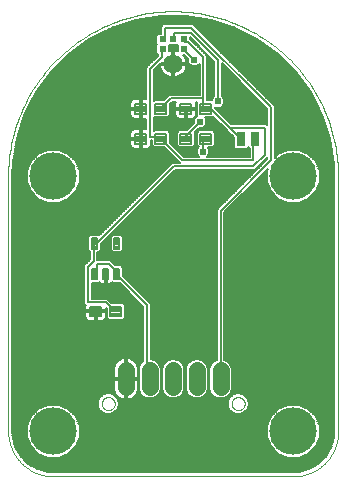
<source format=gtl>
G75*
%MOIN*%
%OFA0B0*%
%FSLAX25Y25*%
%IPPOS*%
%LPD*%
%AMOC8*
5,1,8,0,0,1.08239X$1,22.5*
%
%ADD10C,0.00000*%
%ADD11C,0.15811*%
%ADD12C,0.05600*%
%ADD13C,0.00787*%
%ADD14C,0.00709*%
%ADD15R,0.02362X0.02055*%
%ADD16C,0.06394*%
%ADD17R,0.03150X0.04724*%
%ADD18C,0.00600*%
%ADD19C,0.02381*%
%ADD20C,0.02400*%
D10*
X0001300Y0016300D02*
X0001300Y0101300D01*
X0001316Y0102639D01*
X0001365Y0103978D01*
X0001447Y0105315D01*
X0001561Y0106649D01*
X0001707Y0107981D01*
X0001886Y0109308D01*
X0002097Y0110631D01*
X0002341Y0111948D01*
X0002616Y0113259D01*
X0002923Y0114562D01*
X0003262Y0115858D01*
X0003632Y0117145D01*
X0004033Y0118423D01*
X0004466Y0119691D01*
X0004929Y0120948D01*
X0005423Y0122193D01*
X0005947Y0123426D01*
X0006500Y0124645D01*
X0007084Y0125851D01*
X0007696Y0127042D01*
X0008337Y0128218D01*
X0009007Y0129378D01*
X0009705Y0130521D01*
X0010430Y0131647D01*
X0011183Y0132755D01*
X0011962Y0133845D01*
X0012768Y0134915D01*
X0013599Y0135965D01*
X0014456Y0136994D01*
X0015338Y0138003D01*
X0016243Y0138989D01*
X0017173Y0139953D01*
X0018126Y0140895D01*
X0019101Y0141813D01*
X0020099Y0142706D01*
X0021118Y0143576D01*
X0022158Y0144420D01*
X0023218Y0145238D01*
X0024298Y0146031D01*
X0025396Y0146797D01*
X0026514Y0147536D01*
X0027648Y0148248D01*
X0028800Y0148931D01*
X0029968Y0149587D01*
X0031152Y0150214D01*
X0032350Y0150812D01*
X0033563Y0151380D01*
X0034789Y0151919D01*
X0036028Y0152428D01*
X0037279Y0152906D01*
X0038542Y0153354D01*
X0039814Y0153771D01*
X0041097Y0154157D01*
X0042389Y0154512D01*
X0043689Y0154835D01*
X0044996Y0155126D01*
X0046310Y0155385D01*
X0047630Y0155612D01*
X0048955Y0155807D01*
X0050285Y0155970D01*
X0051618Y0156100D01*
X0052953Y0156198D01*
X0054291Y0156263D01*
X0055630Y0156296D01*
X0056970Y0156296D01*
X0058309Y0156263D01*
X0059647Y0156198D01*
X0060982Y0156100D01*
X0062315Y0155970D01*
X0063645Y0155807D01*
X0064970Y0155612D01*
X0066290Y0155385D01*
X0067604Y0155126D01*
X0068911Y0154835D01*
X0070211Y0154512D01*
X0071503Y0154157D01*
X0072786Y0153771D01*
X0074058Y0153354D01*
X0075321Y0152906D01*
X0076572Y0152428D01*
X0077811Y0151919D01*
X0079037Y0151380D01*
X0080250Y0150812D01*
X0081448Y0150214D01*
X0082632Y0149587D01*
X0083800Y0148931D01*
X0084952Y0148248D01*
X0086086Y0147536D01*
X0087204Y0146797D01*
X0088302Y0146031D01*
X0089382Y0145238D01*
X0090442Y0144420D01*
X0091482Y0143576D01*
X0092501Y0142706D01*
X0093499Y0141813D01*
X0094474Y0140895D01*
X0095427Y0139953D01*
X0096357Y0138989D01*
X0097262Y0138003D01*
X0098144Y0136994D01*
X0099001Y0135965D01*
X0099832Y0134915D01*
X0100638Y0133845D01*
X0101417Y0132755D01*
X0102170Y0131647D01*
X0102895Y0130521D01*
X0103593Y0129378D01*
X0104263Y0128218D01*
X0104904Y0127042D01*
X0105516Y0125851D01*
X0106100Y0124645D01*
X0106653Y0123426D01*
X0107177Y0122193D01*
X0107671Y0120948D01*
X0108134Y0119691D01*
X0108567Y0118423D01*
X0108968Y0117145D01*
X0109338Y0115858D01*
X0109677Y0114562D01*
X0109984Y0113259D01*
X0110259Y0111948D01*
X0110503Y0110631D01*
X0110714Y0109308D01*
X0110893Y0107981D01*
X0111039Y0106649D01*
X0111153Y0105315D01*
X0111235Y0103978D01*
X0111284Y0102639D01*
X0111300Y0101300D01*
X0111300Y0016300D01*
X0111296Y0015938D01*
X0111282Y0015575D01*
X0111261Y0015213D01*
X0111230Y0014852D01*
X0111191Y0014492D01*
X0111143Y0014133D01*
X0111086Y0013775D01*
X0111021Y0013418D01*
X0110947Y0013063D01*
X0110864Y0012710D01*
X0110773Y0012359D01*
X0110674Y0012011D01*
X0110566Y0011665D01*
X0110450Y0011321D01*
X0110325Y0010981D01*
X0110193Y0010644D01*
X0110052Y0010310D01*
X0109903Y0009979D01*
X0109746Y0009652D01*
X0109582Y0009329D01*
X0109410Y0009010D01*
X0109230Y0008696D01*
X0109042Y0008385D01*
X0108847Y0008080D01*
X0108645Y0007779D01*
X0108435Y0007483D01*
X0108219Y0007193D01*
X0107995Y0006907D01*
X0107765Y0006627D01*
X0107528Y0006353D01*
X0107284Y0006085D01*
X0107034Y0005822D01*
X0106778Y0005566D01*
X0106515Y0005316D01*
X0106247Y0005072D01*
X0105973Y0004835D01*
X0105693Y0004605D01*
X0105407Y0004381D01*
X0105117Y0004165D01*
X0104821Y0003955D01*
X0104520Y0003753D01*
X0104215Y0003558D01*
X0103904Y0003370D01*
X0103590Y0003190D01*
X0103271Y0003018D01*
X0102948Y0002854D01*
X0102621Y0002697D01*
X0102290Y0002548D01*
X0101956Y0002407D01*
X0101619Y0002275D01*
X0101279Y0002150D01*
X0100935Y0002034D01*
X0100589Y0001926D01*
X0100241Y0001827D01*
X0099890Y0001736D01*
X0099537Y0001653D01*
X0099182Y0001579D01*
X0098825Y0001514D01*
X0098467Y0001457D01*
X0098108Y0001409D01*
X0097748Y0001370D01*
X0097387Y0001339D01*
X0097025Y0001318D01*
X0096662Y0001304D01*
X0096300Y0001300D01*
X0016300Y0001300D01*
X0015938Y0001304D01*
X0015575Y0001318D01*
X0015213Y0001339D01*
X0014852Y0001370D01*
X0014492Y0001409D01*
X0014133Y0001457D01*
X0013775Y0001514D01*
X0013418Y0001579D01*
X0013063Y0001653D01*
X0012710Y0001736D01*
X0012359Y0001827D01*
X0012011Y0001926D01*
X0011665Y0002034D01*
X0011321Y0002150D01*
X0010981Y0002275D01*
X0010644Y0002407D01*
X0010310Y0002548D01*
X0009979Y0002697D01*
X0009652Y0002854D01*
X0009329Y0003018D01*
X0009010Y0003190D01*
X0008696Y0003370D01*
X0008385Y0003558D01*
X0008080Y0003753D01*
X0007779Y0003955D01*
X0007483Y0004165D01*
X0007193Y0004381D01*
X0006907Y0004605D01*
X0006627Y0004835D01*
X0006353Y0005072D01*
X0006085Y0005316D01*
X0005822Y0005566D01*
X0005566Y0005822D01*
X0005316Y0006085D01*
X0005072Y0006353D01*
X0004835Y0006627D01*
X0004605Y0006907D01*
X0004381Y0007193D01*
X0004165Y0007483D01*
X0003955Y0007779D01*
X0003753Y0008080D01*
X0003558Y0008385D01*
X0003370Y0008696D01*
X0003190Y0009010D01*
X0003018Y0009329D01*
X0002854Y0009652D01*
X0002697Y0009979D01*
X0002548Y0010310D01*
X0002407Y0010644D01*
X0002275Y0010981D01*
X0002150Y0011321D01*
X0002034Y0011665D01*
X0001926Y0012011D01*
X0001827Y0012359D01*
X0001736Y0012710D01*
X0001653Y0013063D01*
X0001579Y0013418D01*
X0001514Y0013775D01*
X0001457Y0014133D01*
X0001409Y0014492D01*
X0001370Y0014852D01*
X0001339Y0015213D01*
X0001318Y0015575D01*
X0001304Y0015938D01*
X0001300Y0016300D01*
X0032481Y0025532D02*
X0032483Y0025625D01*
X0032489Y0025717D01*
X0032499Y0025809D01*
X0032513Y0025900D01*
X0032530Y0025991D01*
X0032552Y0026081D01*
X0032577Y0026170D01*
X0032606Y0026258D01*
X0032639Y0026344D01*
X0032676Y0026429D01*
X0032716Y0026513D01*
X0032760Y0026594D01*
X0032807Y0026674D01*
X0032857Y0026752D01*
X0032911Y0026827D01*
X0032968Y0026900D01*
X0033028Y0026970D01*
X0033091Y0027038D01*
X0033157Y0027103D01*
X0033225Y0027165D01*
X0033296Y0027225D01*
X0033370Y0027281D01*
X0033446Y0027334D01*
X0033524Y0027383D01*
X0033604Y0027430D01*
X0033686Y0027472D01*
X0033770Y0027512D01*
X0033855Y0027547D01*
X0033942Y0027579D01*
X0034030Y0027608D01*
X0034119Y0027632D01*
X0034209Y0027653D01*
X0034300Y0027669D01*
X0034392Y0027682D01*
X0034484Y0027691D01*
X0034577Y0027696D01*
X0034669Y0027697D01*
X0034762Y0027694D01*
X0034854Y0027687D01*
X0034946Y0027676D01*
X0035037Y0027661D01*
X0035128Y0027643D01*
X0035218Y0027620D01*
X0035306Y0027594D01*
X0035394Y0027564D01*
X0035480Y0027530D01*
X0035564Y0027493D01*
X0035647Y0027451D01*
X0035728Y0027407D01*
X0035808Y0027359D01*
X0035885Y0027308D01*
X0035959Y0027253D01*
X0036032Y0027195D01*
X0036102Y0027135D01*
X0036169Y0027071D01*
X0036233Y0027005D01*
X0036295Y0026935D01*
X0036353Y0026864D01*
X0036408Y0026790D01*
X0036460Y0026713D01*
X0036509Y0026634D01*
X0036555Y0026554D01*
X0036597Y0026471D01*
X0036635Y0026387D01*
X0036670Y0026301D01*
X0036701Y0026214D01*
X0036728Y0026126D01*
X0036751Y0026036D01*
X0036771Y0025946D01*
X0036787Y0025855D01*
X0036799Y0025763D01*
X0036807Y0025671D01*
X0036811Y0025578D01*
X0036811Y0025486D01*
X0036807Y0025393D01*
X0036799Y0025301D01*
X0036787Y0025209D01*
X0036771Y0025118D01*
X0036751Y0025028D01*
X0036728Y0024938D01*
X0036701Y0024850D01*
X0036670Y0024763D01*
X0036635Y0024677D01*
X0036597Y0024593D01*
X0036555Y0024510D01*
X0036509Y0024430D01*
X0036460Y0024351D01*
X0036408Y0024274D01*
X0036353Y0024200D01*
X0036295Y0024129D01*
X0036233Y0024059D01*
X0036169Y0023993D01*
X0036102Y0023929D01*
X0036032Y0023869D01*
X0035959Y0023811D01*
X0035885Y0023756D01*
X0035808Y0023705D01*
X0035729Y0023657D01*
X0035647Y0023613D01*
X0035564Y0023571D01*
X0035480Y0023534D01*
X0035394Y0023500D01*
X0035306Y0023470D01*
X0035218Y0023444D01*
X0035128Y0023421D01*
X0035037Y0023403D01*
X0034946Y0023388D01*
X0034854Y0023377D01*
X0034762Y0023370D01*
X0034669Y0023367D01*
X0034577Y0023368D01*
X0034484Y0023373D01*
X0034392Y0023382D01*
X0034300Y0023395D01*
X0034209Y0023411D01*
X0034119Y0023432D01*
X0034030Y0023456D01*
X0033942Y0023485D01*
X0033855Y0023517D01*
X0033770Y0023552D01*
X0033686Y0023592D01*
X0033604Y0023634D01*
X0033524Y0023681D01*
X0033446Y0023730D01*
X0033370Y0023783D01*
X0033296Y0023839D01*
X0033225Y0023899D01*
X0033157Y0023961D01*
X0033091Y0024026D01*
X0033028Y0024094D01*
X0032968Y0024164D01*
X0032911Y0024237D01*
X0032857Y0024312D01*
X0032807Y0024390D01*
X0032760Y0024470D01*
X0032716Y0024551D01*
X0032676Y0024635D01*
X0032639Y0024720D01*
X0032606Y0024806D01*
X0032577Y0024894D01*
X0032552Y0024983D01*
X0032530Y0025073D01*
X0032513Y0025164D01*
X0032499Y0025255D01*
X0032489Y0025347D01*
X0032483Y0025439D01*
X0032481Y0025532D01*
X0075789Y0025532D02*
X0075791Y0025625D01*
X0075797Y0025717D01*
X0075807Y0025809D01*
X0075821Y0025900D01*
X0075838Y0025991D01*
X0075860Y0026081D01*
X0075885Y0026170D01*
X0075914Y0026258D01*
X0075947Y0026344D01*
X0075984Y0026429D01*
X0076024Y0026513D01*
X0076068Y0026594D01*
X0076115Y0026674D01*
X0076165Y0026752D01*
X0076219Y0026827D01*
X0076276Y0026900D01*
X0076336Y0026970D01*
X0076399Y0027038D01*
X0076465Y0027103D01*
X0076533Y0027165D01*
X0076604Y0027225D01*
X0076678Y0027281D01*
X0076754Y0027334D01*
X0076832Y0027383D01*
X0076912Y0027430D01*
X0076994Y0027472D01*
X0077078Y0027512D01*
X0077163Y0027547D01*
X0077250Y0027579D01*
X0077338Y0027608D01*
X0077427Y0027632D01*
X0077517Y0027653D01*
X0077608Y0027669D01*
X0077700Y0027682D01*
X0077792Y0027691D01*
X0077885Y0027696D01*
X0077977Y0027697D01*
X0078070Y0027694D01*
X0078162Y0027687D01*
X0078254Y0027676D01*
X0078345Y0027661D01*
X0078436Y0027643D01*
X0078526Y0027620D01*
X0078614Y0027594D01*
X0078702Y0027564D01*
X0078788Y0027530D01*
X0078872Y0027493D01*
X0078955Y0027451D01*
X0079036Y0027407D01*
X0079116Y0027359D01*
X0079193Y0027308D01*
X0079267Y0027253D01*
X0079340Y0027195D01*
X0079410Y0027135D01*
X0079477Y0027071D01*
X0079541Y0027005D01*
X0079603Y0026935D01*
X0079661Y0026864D01*
X0079716Y0026790D01*
X0079768Y0026713D01*
X0079817Y0026634D01*
X0079863Y0026554D01*
X0079905Y0026471D01*
X0079943Y0026387D01*
X0079978Y0026301D01*
X0080009Y0026214D01*
X0080036Y0026126D01*
X0080059Y0026036D01*
X0080079Y0025946D01*
X0080095Y0025855D01*
X0080107Y0025763D01*
X0080115Y0025671D01*
X0080119Y0025578D01*
X0080119Y0025486D01*
X0080115Y0025393D01*
X0080107Y0025301D01*
X0080095Y0025209D01*
X0080079Y0025118D01*
X0080059Y0025028D01*
X0080036Y0024938D01*
X0080009Y0024850D01*
X0079978Y0024763D01*
X0079943Y0024677D01*
X0079905Y0024593D01*
X0079863Y0024510D01*
X0079817Y0024430D01*
X0079768Y0024351D01*
X0079716Y0024274D01*
X0079661Y0024200D01*
X0079603Y0024129D01*
X0079541Y0024059D01*
X0079477Y0023993D01*
X0079410Y0023929D01*
X0079340Y0023869D01*
X0079267Y0023811D01*
X0079193Y0023756D01*
X0079116Y0023705D01*
X0079037Y0023657D01*
X0078955Y0023613D01*
X0078872Y0023571D01*
X0078788Y0023534D01*
X0078702Y0023500D01*
X0078614Y0023470D01*
X0078526Y0023444D01*
X0078436Y0023421D01*
X0078345Y0023403D01*
X0078254Y0023388D01*
X0078162Y0023377D01*
X0078070Y0023370D01*
X0077977Y0023367D01*
X0077885Y0023368D01*
X0077792Y0023373D01*
X0077700Y0023382D01*
X0077608Y0023395D01*
X0077517Y0023411D01*
X0077427Y0023432D01*
X0077338Y0023456D01*
X0077250Y0023485D01*
X0077163Y0023517D01*
X0077078Y0023552D01*
X0076994Y0023592D01*
X0076912Y0023634D01*
X0076832Y0023681D01*
X0076754Y0023730D01*
X0076678Y0023783D01*
X0076604Y0023839D01*
X0076533Y0023899D01*
X0076465Y0023961D01*
X0076399Y0024026D01*
X0076336Y0024094D01*
X0076276Y0024164D01*
X0076219Y0024237D01*
X0076165Y0024312D01*
X0076115Y0024390D01*
X0076068Y0024470D01*
X0076024Y0024551D01*
X0075984Y0024635D01*
X0075947Y0024720D01*
X0075914Y0024806D01*
X0075885Y0024894D01*
X0075860Y0024983D01*
X0075838Y0025073D01*
X0075821Y0025164D01*
X0075807Y0025255D01*
X0075797Y0025347D01*
X0075791Y0025439D01*
X0075789Y0025532D01*
D11*
X0096300Y0016300D03*
X0096300Y0101300D03*
X0016300Y0101300D03*
X0016300Y0016300D03*
D12*
X0040552Y0031000D02*
X0040552Y0036600D01*
X0048426Y0036600D02*
X0048426Y0031000D01*
X0056300Y0031000D02*
X0056300Y0036600D01*
X0064174Y0036600D02*
X0064174Y0031000D01*
X0072048Y0031000D02*
X0072048Y0036600D01*
D13*
X0038918Y0054725D02*
X0035374Y0054725D01*
X0035374Y0057875D01*
X0038918Y0057875D01*
X0038918Y0054725D01*
X0038918Y0055511D02*
X0035374Y0055511D01*
X0035374Y0056297D02*
X0038918Y0056297D01*
X0038918Y0057083D02*
X0035374Y0057083D01*
X0035374Y0057869D02*
X0038918Y0057869D01*
X0032226Y0054725D02*
X0028682Y0054725D01*
X0028682Y0057875D01*
X0032226Y0057875D01*
X0032226Y0054725D01*
X0032226Y0055511D02*
X0028682Y0055511D01*
X0028682Y0056297D02*
X0032226Y0056297D01*
X0032226Y0057083D02*
X0028682Y0057083D01*
X0028682Y0057869D02*
X0032226Y0057869D01*
X0043682Y0112225D02*
X0047226Y0112225D01*
X0043682Y0112225D02*
X0043682Y0115375D01*
X0047226Y0115375D01*
X0047226Y0112225D01*
X0047226Y0113011D02*
X0043682Y0113011D01*
X0043682Y0113797D02*
X0047226Y0113797D01*
X0047226Y0114583D02*
X0043682Y0114583D01*
X0043682Y0115369D02*
X0047226Y0115369D01*
X0050374Y0112225D02*
X0053918Y0112225D01*
X0050374Y0112225D02*
X0050374Y0115375D01*
X0053918Y0115375D01*
X0053918Y0112225D01*
X0053918Y0113011D02*
X0050374Y0113011D01*
X0050374Y0113797D02*
X0053918Y0113797D01*
X0053918Y0114583D02*
X0050374Y0114583D01*
X0050374Y0115369D02*
X0053918Y0115369D01*
X0053918Y0122225D02*
X0050374Y0122225D01*
X0050374Y0125375D01*
X0053918Y0125375D01*
X0053918Y0122225D01*
X0053918Y0123011D02*
X0050374Y0123011D01*
X0050374Y0123797D02*
X0053918Y0123797D01*
X0053918Y0124583D02*
X0050374Y0124583D01*
X0050374Y0125369D02*
X0053918Y0125369D01*
X0058682Y0122225D02*
X0062226Y0122225D01*
X0058682Y0122225D02*
X0058682Y0125375D01*
X0062226Y0125375D01*
X0062226Y0122225D01*
X0062226Y0123011D02*
X0058682Y0123011D01*
X0058682Y0123797D02*
X0062226Y0123797D01*
X0062226Y0124583D02*
X0058682Y0124583D01*
X0058682Y0125369D02*
X0062226Y0125369D01*
X0065374Y0122225D02*
X0068918Y0122225D01*
X0065374Y0122225D02*
X0065374Y0125375D01*
X0068918Y0125375D01*
X0068918Y0122225D01*
X0068918Y0123011D02*
X0065374Y0123011D01*
X0065374Y0123797D02*
X0068918Y0123797D01*
X0068918Y0124583D02*
X0065374Y0124583D01*
X0065374Y0125369D02*
X0068918Y0125369D01*
X0068918Y0112225D02*
X0065374Y0112225D01*
X0065374Y0115375D01*
X0068918Y0115375D01*
X0068918Y0112225D01*
X0068918Y0113011D02*
X0065374Y0113011D01*
X0065374Y0113797D02*
X0068918Y0113797D01*
X0068918Y0114583D02*
X0065374Y0114583D01*
X0065374Y0115369D02*
X0068918Y0115369D01*
X0062226Y0112225D02*
X0058682Y0112225D01*
X0058682Y0115375D01*
X0062226Y0115375D01*
X0062226Y0112225D01*
X0062226Y0113011D02*
X0058682Y0113011D01*
X0058682Y0113797D02*
X0062226Y0113797D01*
X0062226Y0114583D02*
X0058682Y0114583D01*
X0058682Y0115369D02*
X0062226Y0115369D01*
X0047226Y0122225D02*
X0043682Y0122225D01*
X0043682Y0125375D01*
X0047226Y0125375D01*
X0047226Y0122225D01*
X0047226Y0123011D02*
X0043682Y0123011D01*
X0043682Y0123797D02*
X0047226Y0123797D01*
X0047226Y0124583D02*
X0043682Y0124583D01*
X0043682Y0125369D02*
X0047226Y0125369D01*
D14*
X0038367Y0077205D02*
X0036713Y0077205D01*
X0036713Y0080631D01*
X0038367Y0080631D01*
X0038367Y0077205D01*
X0038367Y0077913D02*
X0036713Y0077913D01*
X0036713Y0078621D02*
X0038367Y0078621D01*
X0038367Y0079329D02*
X0036713Y0079329D01*
X0036713Y0080037D02*
X0038367Y0080037D01*
X0038367Y0066969D02*
X0036713Y0066969D01*
X0036713Y0070395D01*
X0038367Y0070395D01*
X0038367Y0066969D01*
X0038367Y0067677D02*
X0036713Y0067677D01*
X0036713Y0068385D02*
X0038367Y0068385D01*
X0038367Y0069093D02*
X0036713Y0069093D01*
X0036713Y0069801D02*
X0038367Y0069801D01*
X0034627Y0066969D02*
X0032973Y0066969D01*
X0032973Y0070395D01*
X0034627Y0070395D01*
X0034627Y0066969D01*
X0034627Y0067677D02*
X0032973Y0067677D01*
X0032973Y0068385D02*
X0034627Y0068385D01*
X0034627Y0069093D02*
X0032973Y0069093D01*
X0032973Y0069801D02*
X0034627Y0069801D01*
X0030887Y0066969D02*
X0029233Y0066969D01*
X0029233Y0070395D01*
X0030887Y0070395D01*
X0030887Y0066969D01*
X0030887Y0067677D02*
X0029233Y0067677D01*
X0029233Y0068385D02*
X0030887Y0068385D01*
X0030887Y0069093D02*
X0029233Y0069093D01*
X0029233Y0069801D02*
X0030887Y0069801D01*
X0030887Y0077205D02*
X0029233Y0077205D01*
X0029233Y0080631D01*
X0030887Y0080631D01*
X0030887Y0077205D01*
X0030887Y0077913D02*
X0029233Y0077913D01*
X0029233Y0078621D02*
X0030887Y0078621D01*
X0030887Y0079329D02*
X0029233Y0079329D01*
X0029233Y0080037D02*
X0030887Y0080037D01*
D15*
X0052757Y0143729D03*
X0052757Y0146965D03*
X0056300Y0146965D03*
X0059843Y0146965D03*
X0059843Y0143729D03*
D16*
X0056300Y0138800D03*
D17*
X0078938Y0113800D03*
X0083662Y0113800D03*
D18*
X0013609Y0007884D02*
X0005507Y0007884D01*
X0005431Y0007960D02*
X0003643Y0011057D01*
X0002717Y0014512D01*
X0002600Y0016300D01*
X0002600Y0101300D01*
X0002766Y0105513D01*
X0004084Y0113836D01*
X0006688Y0121850D01*
X0010513Y0129358D01*
X0015466Y0136175D01*
X0021425Y0142134D01*
X0028242Y0147087D01*
X0035750Y0150912D01*
X0043764Y0153516D01*
X0052087Y0154834D01*
X0060513Y0154834D01*
X0068836Y0153516D01*
X0076850Y0150912D01*
X0084358Y0147087D01*
X0091175Y0142134D01*
X0097134Y0136175D01*
X0102087Y0129358D01*
X0105912Y0121850D01*
X0108516Y0113836D01*
X0109834Y0105513D01*
X0110000Y0101300D01*
X0110000Y0016300D01*
X0109883Y0014512D01*
X0108957Y0011057D01*
X0107169Y0007960D01*
X0104640Y0005431D01*
X0101543Y0003643D01*
X0098088Y0002717D01*
X0096300Y0002600D01*
X0016300Y0002600D01*
X0014512Y0002717D01*
X0011057Y0003643D01*
X0007960Y0005431D01*
X0005431Y0007960D01*
X0005130Y0008482D02*
X0012164Y0008482D01*
X0011312Y0008835D02*
X0014548Y0007494D01*
X0018052Y0007494D01*
X0021288Y0008835D01*
X0023765Y0011312D01*
X0025105Y0014548D01*
X0025105Y0018052D01*
X0023765Y0021288D01*
X0021288Y0023765D01*
X0018052Y0025105D01*
X0014548Y0025105D01*
X0011312Y0023765D01*
X0008835Y0021288D01*
X0007494Y0018052D01*
X0007494Y0014548D01*
X0008835Y0011312D01*
X0011312Y0008835D01*
X0011066Y0009081D02*
X0004784Y0009081D01*
X0004438Y0009679D02*
X0010468Y0009679D01*
X0009869Y0010278D02*
X0004093Y0010278D01*
X0003747Y0010876D02*
X0009271Y0010876D01*
X0008768Y0011475D02*
X0003531Y0011475D01*
X0003371Y0012073D02*
X0008520Y0012073D01*
X0008272Y0012672D02*
X0003210Y0012672D01*
X0003050Y0013270D02*
X0008024Y0013270D01*
X0007776Y0013869D02*
X0002890Y0013869D01*
X0002729Y0014467D02*
X0007528Y0014467D01*
X0007494Y0015066D02*
X0002681Y0015066D01*
X0002642Y0015664D02*
X0007494Y0015664D01*
X0007494Y0016263D02*
X0002602Y0016263D01*
X0002600Y0016861D02*
X0007494Y0016861D01*
X0007494Y0017460D02*
X0002600Y0017460D01*
X0002600Y0018058D02*
X0007497Y0018058D01*
X0007745Y0018657D02*
X0002600Y0018657D01*
X0002600Y0019255D02*
X0007993Y0019255D01*
X0008241Y0019854D02*
X0002600Y0019854D01*
X0002600Y0020452D02*
X0008489Y0020452D01*
X0008737Y0021051D02*
X0002600Y0021051D01*
X0002600Y0021649D02*
X0009197Y0021649D01*
X0009795Y0022248D02*
X0002600Y0022248D01*
X0002600Y0022846D02*
X0010394Y0022846D01*
X0010992Y0023445D02*
X0002600Y0023445D01*
X0002600Y0024043D02*
X0011984Y0024043D01*
X0013429Y0024642D02*
X0002600Y0024642D01*
X0002600Y0025240D02*
X0031181Y0025240D01*
X0031181Y0024843D02*
X0031709Y0023569D01*
X0032683Y0022595D01*
X0033957Y0022067D01*
X0035336Y0022067D01*
X0036609Y0022595D01*
X0037584Y0023569D01*
X0038112Y0024843D01*
X0038112Y0026222D01*
X0037584Y0027495D01*
X0036609Y0028470D01*
X0035336Y0028998D01*
X0033957Y0028998D01*
X0032683Y0028470D01*
X0031709Y0027495D01*
X0031181Y0026222D01*
X0031181Y0024843D01*
X0031264Y0024642D02*
X0019171Y0024642D01*
X0020616Y0024043D02*
X0031512Y0024043D01*
X0031833Y0023445D02*
X0021608Y0023445D01*
X0022206Y0022846D02*
X0032432Y0022846D01*
X0033520Y0022248D02*
X0022805Y0022248D01*
X0023403Y0021649D02*
X0089197Y0021649D01*
X0088835Y0021288D02*
X0091312Y0023765D01*
X0094548Y0025105D01*
X0098052Y0025105D01*
X0101288Y0023765D01*
X0103765Y0021288D01*
X0105105Y0018052D01*
X0105105Y0014548D01*
X0103765Y0011312D01*
X0101288Y0008835D01*
X0098052Y0007494D01*
X0094548Y0007494D01*
X0091312Y0008835D01*
X0088835Y0011312D01*
X0087494Y0014548D01*
X0087494Y0018052D01*
X0088835Y0021288D01*
X0088737Y0021051D02*
X0023863Y0021051D01*
X0024111Y0020452D02*
X0088489Y0020452D01*
X0088241Y0019854D02*
X0024359Y0019854D01*
X0024607Y0019255D02*
X0087993Y0019255D01*
X0087745Y0018657D02*
X0024855Y0018657D01*
X0025103Y0018058D02*
X0087497Y0018058D01*
X0087494Y0017460D02*
X0025105Y0017460D01*
X0025105Y0016861D02*
X0087494Y0016861D01*
X0087494Y0016263D02*
X0025105Y0016263D01*
X0025105Y0015664D02*
X0087494Y0015664D01*
X0087494Y0015066D02*
X0025105Y0015066D01*
X0025072Y0014467D02*
X0087528Y0014467D01*
X0087776Y0013869D02*
X0024824Y0013869D01*
X0024576Y0013270D02*
X0088024Y0013270D01*
X0088272Y0012672D02*
X0024328Y0012672D01*
X0024080Y0012073D02*
X0088520Y0012073D01*
X0088768Y0011475D02*
X0023832Y0011475D01*
X0023329Y0010876D02*
X0089271Y0010876D01*
X0089869Y0010278D02*
X0022731Y0010278D01*
X0022132Y0009679D02*
X0090468Y0009679D01*
X0091066Y0009081D02*
X0021534Y0009081D01*
X0020436Y0008482D02*
X0092164Y0008482D01*
X0093609Y0007884D02*
X0018991Y0007884D01*
X0013100Y0003096D02*
X0099500Y0003096D01*
X0101631Y0003694D02*
X0010969Y0003694D01*
X0009932Y0004293D02*
X0102668Y0004293D01*
X0103705Y0004891D02*
X0008895Y0004891D01*
X0007901Y0005490D02*
X0104699Y0005490D01*
X0105297Y0006088D02*
X0007303Y0006088D01*
X0006704Y0006687D02*
X0105896Y0006687D01*
X0106494Y0007285D02*
X0006106Y0007285D01*
X0002600Y0025839D02*
X0031181Y0025839D01*
X0031271Y0026437D02*
X0002600Y0026437D01*
X0002600Y0027036D02*
X0031518Y0027036D01*
X0031848Y0027634D02*
X0002600Y0027634D01*
X0002600Y0028233D02*
X0032446Y0028233D01*
X0033556Y0028832D02*
X0002600Y0028832D01*
X0002600Y0029430D02*
X0036751Y0029430D01*
X0036752Y0029426D02*
X0037045Y0028851D01*
X0037425Y0028329D01*
X0037881Y0027873D01*
X0038403Y0027493D01*
X0038978Y0027200D01*
X0039592Y0027001D01*
X0040229Y0026900D01*
X0040252Y0026900D01*
X0040252Y0033500D01*
X0040852Y0033500D01*
X0040852Y0034100D01*
X0044652Y0034100D01*
X0044652Y0036923D01*
X0044551Y0037560D01*
X0044352Y0038174D01*
X0044059Y0038749D01*
X0043679Y0039271D01*
X0043223Y0039727D01*
X0042701Y0040107D01*
X0042126Y0040400D01*
X0041512Y0040599D01*
X0040875Y0040700D01*
X0040852Y0040700D01*
X0040852Y0034100D01*
X0040252Y0034100D01*
X0040252Y0040700D01*
X0040229Y0040700D01*
X0039592Y0040599D01*
X0038978Y0040400D01*
X0038403Y0040107D01*
X0037881Y0039727D01*
X0037425Y0039271D01*
X0037045Y0038749D01*
X0036752Y0038174D01*
X0036553Y0037560D01*
X0036452Y0036923D01*
X0036452Y0034100D01*
X0040252Y0034100D01*
X0040252Y0033500D01*
X0036452Y0033500D01*
X0036452Y0030677D01*
X0036553Y0030040D01*
X0036752Y0029426D01*
X0036557Y0030029D02*
X0002600Y0030029D01*
X0002600Y0030627D02*
X0036460Y0030627D01*
X0036452Y0031226D02*
X0002600Y0031226D01*
X0002600Y0031824D02*
X0036452Y0031824D01*
X0036452Y0032423D02*
X0002600Y0032423D01*
X0002600Y0033021D02*
X0036452Y0033021D01*
X0036452Y0034218D02*
X0002600Y0034218D01*
X0002600Y0033620D02*
X0040252Y0033620D01*
X0040252Y0034218D02*
X0040852Y0034218D01*
X0040852Y0033620D02*
X0044726Y0033620D01*
X0044652Y0033500D02*
X0040852Y0033500D01*
X0040852Y0026900D01*
X0040875Y0026900D01*
X0041512Y0027001D01*
X0042126Y0027200D01*
X0042701Y0027493D01*
X0043223Y0027873D01*
X0043679Y0028329D01*
X0044059Y0028851D01*
X0044352Y0029426D01*
X0044551Y0030040D01*
X0044652Y0030677D01*
X0044652Y0033500D01*
X0044652Y0033021D02*
X0044726Y0033021D01*
X0044726Y0032423D02*
X0044652Y0032423D01*
X0044652Y0031824D02*
X0044726Y0031824D01*
X0044726Y0031226D02*
X0044652Y0031226D01*
X0044644Y0030627D02*
X0044726Y0030627D01*
X0044726Y0030264D02*
X0045289Y0028904D01*
X0046330Y0027863D01*
X0047690Y0027300D01*
X0049162Y0027300D01*
X0050522Y0027863D01*
X0051563Y0028904D01*
X0052126Y0030264D01*
X0052126Y0037336D01*
X0051563Y0038696D01*
X0050522Y0039737D01*
X0049162Y0040300D01*
X0048760Y0040300D01*
X0048760Y0058884D01*
X0048057Y0059587D01*
X0039621Y0068022D01*
X0039621Y0070914D01*
X0038886Y0071649D01*
X0036979Y0071649D01*
X0035262Y0073366D01*
X0031043Y0073366D01*
X0031043Y0075951D01*
X0031406Y0075951D01*
X0032141Y0076686D01*
X0032141Y0078672D01*
X0056915Y0103446D01*
X0083490Y0103446D01*
X0087427Y0107383D01*
X0087698Y0107655D01*
X0087698Y0107112D01*
X0071669Y0091083D01*
X0070966Y0090380D01*
X0070966Y0040157D01*
X0069952Y0039737D01*
X0068911Y0038696D01*
X0068348Y0037336D01*
X0068348Y0030264D01*
X0068911Y0028904D01*
X0069952Y0027863D01*
X0071312Y0027300D01*
X0072784Y0027300D01*
X0074144Y0027863D01*
X0075185Y0028904D01*
X0075748Y0030264D01*
X0075748Y0037336D01*
X0075185Y0038696D01*
X0074144Y0039737D01*
X0073366Y0040059D01*
X0073366Y0089386D01*
X0087822Y0103841D01*
X0087494Y0103052D01*
X0087494Y0099548D01*
X0088835Y0096312D01*
X0091312Y0093835D01*
X0094548Y0092494D01*
X0098052Y0092494D01*
X0101288Y0093835D01*
X0103765Y0096312D01*
X0105105Y0099548D01*
X0105105Y0103052D01*
X0103765Y0106288D01*
X0101288Y0108765D01*
X0098052Y0110105D01*
X0094548Y0110105D01*
X0091312Y0108765D01*
X0090098Y0107551D01*
X0090098Y0124829D01*
X0062821Y0152106D01*
X0052968Y0152106D01*
X0052265Y0151403D01*
X0052265Y0148893D01*
X0051203Y0148893D01*
X0050676Y0148366D01*
X0050676Y0145565D01*
X0050893Y0145347D01*
X0050676Y0145129D01*
X0050676Y0142329D01*
X0051203Y0141802D01*
X0051281Y0141802D01*
X0051281Y0141561D01*
X0048047Y0138327D01*
X0047344Y0137624D01*
X0047344Y0127068D01*
X0045754Y0127068D01*
X0045754Y0124100D01*
X0045154Y0124100D01*
X0045154Y0127068D01*
X0043459Y0127068D01*
X0043028Y0126953D01*
X0042642Y0126730D01*
X0042327Y0126415D01*
X0042104Y0126029D01*
X0041988Y0125598D01*
X0041988Y0124100D01*
X0045153Y0124100D01*
X0045153Y0123500D01*
X0041988Y0123500D01*
X0041988Y0122002D01*
X0042104Y0121571D01*
X0042327Y0121185D01*
X0042642Y0120870D01*
X0043028Y0120647D01*
X0043459Y0120531D01*
X0045154Y0120531D01*
X0045154Y0123500D01*
X0045754Y0123500D01*
X0045754Y0120531D01*
X0047344Y0120531D01*
X0047344Y0117068D01*
X0045754Y0117068D01*
X0045754Y0114100D01*
X0045154Y0114100D01*
X0045154Y0117068D01*
X0043459Y0117068D01*
X0043028Y0116953D01*
X0042642Y0116730D01*
X0042327Y0116415D01*
X0042104Y0116029D01*
X0041988Y0115598D01*
X0041988Y0114100D01*
X0045153Y0114100D01*
X0045153Y0113500D01*
X0041988Y0113500D01*
X0041988Y0112002D01*
X0042104Y0111571D01*
X0042327Y0111185D01*
X0042642Y0110870D01*
X0043028Y0110647D01*
X0043459Y0110531D01*
X0045154Y0110531D01*
X0045154Y0113500D01*
X0045754Y0113500D01*
X0045754Y0110531D01*
X0047448Y0110531D01*
X0047879Y0110647D01*
X0048265Y0110870D01*
X0048580Y0111185D01*
X0048803Y0111571D01*
X0048919Y0112002D01*
X0048919Y0113289D01*
X0049081Y0113289D01*
X0049081Y0111689D01*
X0049839Y0110931D01*
X0053357Y0110931D01*
X0058442Y0105846D01*
X0055921Y0105846D01*
X0055218Y0105144D01*
X0031683Y0081608D01*
X0031406Y0081885D01*
X0028714Y0081885D01*
X0027979Y0081150D01*
X0027979Y0076686D01*
X0028643Y0076021D01*
X0028643Y0073647D01*
X0027378Y0072382D01*
X0026675Y0071679D01*
X0026675Y0058874D01*
X0027086Y0058463D01*
X0026988Y0058098D01*
X0026988Y0056600D01*
X0030153Y0056600D01*
X0030153Y0056000D01*
X0026988Y0056000D01*
X0026988Y0054502D01*
X0027104Y0054071D01*
X0027327Y0053685D01*
X0027642Y0053370D01*
X0028028Y0053147D01*
X0028459Y0053031D01*
X0030154Y0053031D01*
X0030154Y0056000D01*
X0030754Y0056000D01*
X0030754Y0056600D01*
X0033919Y0056600D01*
X0033919Y0057535D01*
X0034081Y0057373D01*
X0034081Y0054189D01*
X0034839Y0053431D01*
X0039454Y0053431D01*
X0040212Y0054189D01*
X0040212Y0058411D01*
X0039454Y0059168D01*
X0035680Y0059168D01*
X0034277Y0060571D01*
X0029075Y0060571D01*
X0029075Y0065715D01*
X0031406Y0065715D01*
X0031648Y0065957D01*
X0031649Y0065954D01*
X0031957Y0065645D01*
X0032335Y0065428D01*
X0032755Y0065315D01*
X0033509Y0065315D01*
X0033509Y0068391D01*
X0034091Y0068391D01*
X0034091Y0065315D01*
X0034845Y0065315D01*
X0035265Y0065428D01*
X0035643Y0065645D01*
X0035951Y0065954D01*
X0035952Y0065957D01*
X0036194Y0065715D01*
X0038534Y0065715D01*
X0046360Y0057890D01*
X0046360Y0039749D01*
X0046330Y0039737D01*
X0045289Y0038696D01*
X0044726Y0037336D01*
X0044726Y0030264D01*
X0044824Y0030029D02*
X0044547Y0030029D01*
X0044353Y0029430D02*
X0045071Y0029430D01*
X0045362Y0028832D02*
X0044044Y0028832D01*
X0043583Y0028233D02*
X0045960Y0028233D01*
X0046882Y0027634D02*
X0042895Y0027634D01*
X0041620Y0027036D02*
X0074826Y0027036D01*
X0075016Y0027495D02*
X0074488Y0026222D01*
X0074488Y0024843D01*
X0075016Y0023569D01*
X0075991Y0022595D01*
X0077264Y0022067D01*
X0078643Y0022067D01*
X0079916Y0022595D01*
X0080891Y0023569D01*
X0081419Y0024843D01*
X0081419Y0026222D01*
X0080891Y0027495D01*
X0079916Y0028470D01*
X0078643Y0028998D01*
X0077264Y0028998D01*
X0075991Y0028470D01*
X0075016Y0027495D01*
X0075155Y0027634D02*
X0073592Y0027634D01*
X0074514Y0028233D02*
X0075754Y0028233D01*
X0075112Y0028832D02*
X0076863Y0028832D01*
X0075650Y0030029D02*
X0110000Y0030029D01*
X0110000Y0030627D02*
X0075748Y0030627D01*
X0075748Y0031226D02*
X0110000Y0031226D01*
X0110000Y0031824D02*
X0075748Y0031824D01*
X0075748Y0032423D02*
X0110000Y0032423D01*
X0110000Y0033021D02*
X0075748Y0033021D01*
X0075748Y0033620D02*
X0110000Y0033620D01*
X0110000Y0034218D02*
X0075748Y0034218D01*
X0075748Y0034817D02*
X0110000Y0034817D01*
X0110000Y0035415D02*
X0075748Y0035415D01*
X0075748Y0036014D02*
X0110000Y0036014D01*
X0110000Y0036612D02*
X0075748Y0036612D01*
X0075748Y0037211D02*
X0110000Y0037211D01*
X0110000Y0037809D02*
X0075552Y0037809D01*
X0075304Y0038408D02*
X0110000Y0038408D01*
X0110000Y0039006D02*
X0074874Y0039006D01*
X0074276Y0039605D02*
X0110000Y0039605D01*
X0110000Y0040203D02*
X0073366Y0040203D01*
X0073366Y0040802D02*
X0110000Y0040802D01*
X0110000Y0041400D02*
X0073366Y0041400D01*
X0073366Y0041999D02*
X0110000Y0041999D01*
X0110000Y0042597D02*
X0073366Y0042597D01*
X0073366Y0043196D02*
X0110000Y0043196D01*
X0110000Y0043794D02*
X0073366Y0043794D01*
X0073366Y0044393D02*
X0110000Y0044393D01*
X0110000Y0044991D02*
X0073366Y0044991D01*
X0073366Y0045590D02*
X0110000Y0045590D01*
X0110000Y0046188D02*
X0073366Y0046188D01*
X0073366Y0046787D02*
X0110000Y0046787D01*
X0110000Y0047385D02*
X0073366Y0047385D01*
X0073366Y0047984D02*
X0110000Y0047984D01*
X0110000Y0048582D02*
X0073366Y0048582D01*
X0073366Y0049181D02*
X0110000Y0049181D01*
X0110000Y0049779D02*
X0073366Y0049779D01*
X0073366Y0050378D02*
X0110000Y0050378D01*
X0110000Y0050976D02*
X0073366Y0050976D01*
X0073366Y0051575D02*
X0110000Y0051575D01*
X0110000Y0052173D02*
X0073366Y0052173D01*
X0073366Y0052772D02*
X0110000Y0052772D01*
X0110000Y0053370D02*
X0073366Y0053370D01*
X0073366Y0053969D02*
X0110000Y0053969D01*
X0110000Y0054568D02*
X0073366Y0054568D01*
X0073366Y0055166D02*
X0110000Y0055166D01*
X0110000Y0055765D02*
X0073366Y0055765D01*
X0073366Y0056363D02*
X0110000Y0056363D01*
X0110000Y0056962D02*
X0073366Y0056962D01*
X0073366Y0057560D02*
X0110000Y0057560D01*
X0110000Y0058159D02*
X0073366Y0058159D01*
X0073366Y0058757D02*
X0110000Y0058757D01*
X0110000Y0059356D02*
X0073366Y0059356D01*
X0073366Y0059954D02*
X0110000Y0059954D01*
X0110000Y0060553D02*
X0073366Y0060553D01*
X0073366Y0061151D02*
X0110000Y0061151D01*
X0110000Y0061750D02*
X0073366Y0061750D01*
X0073366Y0062348D02*
X0110000Y0062348D01*
X0110000Y0062947D02*
X0073366Y0062947D01*
X0073366Y0063545D02*
X0110000Y0063545D01*
X0110000Y0064144D02*
X0073366Y0064144D01*
X0073366Y0064742D02*
X0110000Y0064742D01*
X0110000Y0065341D02*
X0073366Y0065341D01*
X0073366Y0065939D02*
X0110000Y0065939D01*
X0110000Y0066538D02*
X0073366Y0066538D01*
X0073366Y0067136D02*
X0110000Y0067136D01*
X0110000Y0067735D02*
X0073366Y0067735D01*
X0073366Y0068333D02*
X0110000Y0068333D01*
X0110000Y0068932D02*
X0073366Y0068932D01*
X0073366Y0069530D02*
X0110000Y0069530D01*
X0110000Y0070129D02*
X0073366Y0070129D01*
X0073366Y0070727D02*
X0110000Y0070727D01*
X0110000Y0071326D02*
X0073366Y0071326D01*
X0073366Y0071924D02*
X0110000Y0071924D01*
X0110000Y0072523D02*
X0073366Y0072523D01*
X0073366Y0073121D02*
X0110000Y0073121D01*
X0110000Y0073720D02*
X0073366Y0073720D01*
X0073366Y0074318D02*
X0110000Y0074318D01*
X0110000Y0074917D02*
X0073366Y0074917D01*
X0073366Y0075515D02*
X0110000Y0075515D01*
X0110000Y0076114D02*
X0073366Y0076114D01*
X0073366Y0076712D02*
X0110000Y0076712D01*
X0110000Y0077311D02*
X0073366Y0077311D01*
X0073366Y0077909D02*
X0110000Y0077909D01*
X0110000Y0078508D02*
X0073366Y0078508D01*
X0073366Y0079106D02*
X0110000Y0079106D01*
X0110000Y0079705D02*
X0073366Y0079705D01*
X0073366Y0080303D02*
X0110000Y0080303D01*
X0110000Y0080902D02*
X0073366Y0080902D01*
X0073366Y0081501D02*
X0110000Y0081501D01*
X0110000Y0082099D02*
X0073366Y0082099D01*
X0073366Y0082698D02*
X0110000Y0082698D01*
X0110000Y0083296D02*
X0073366Y0083296D01*
X0073366Y0083895D02*
X0110000Y0083895D01*
X0110000Y0084493D02*
X0073366Y0084493D01*
X0073366Y0085092D02*
X0110000Y0085092D01*
X0110000Y0085690D02*
X0073366Y0085690D01*
X0073366Y0086289D02*
X0110000Y0086289D01*
X0110000Y0086887D02*
X0073366Y0086887D01*
X0073366Y0087486D02*
X0110000Y0087486D01*
X0110000Y0088084D02*
X0073366Y0088084D01*
X0073366Y0088683D02*
X0110000Y0088683D01*
X0110000Y0089281D02*
X0073366Y0089281D01*
X0073860Y0089880D02*
X0110000Y0089880D01*
X0110000Y0090478D02*
X0074459Y0090478D01*
X0075057Y0091077D02*
X0110000Y0091077D01*
X0110000Y0091675D02*
X0075656Y0091675D01*
X0076254Y0092274D02*
X0110000Y0092274D01*
X0110000Y0092872D02*
X0098963Y0092872D01*
X0100408Y0093471D02*
X0110000Y0093471D01*
X0110000Y0094069D02*
X0101522Y0094069D01*
X0102121Y0094668D02*
X0110000Y0094668D01*
X0110000Y0095266D02*
X0102719Y0095266D01*
X0103318Y0095865D02*
X0110000Y0095865D01*
X0110000Y0096463D02*
X0103828Y0096463D01*
X0104075Y0097062D02*
X0110000Y0097062D01*
X0110000Y0097660D02*
X0104323Y0097660D01*
X0104571Y0098259D02*
X0110000Y0098259D01*
X0110000Y0098857D02*
X0104819Y0098857D01*
X0105067Y0099456D02*
X0110000Y0099456D01*
X0110000Y0100054D02*
X0105105Y0100054D01*
X0105105Y0100653D02*
X0110000Y0100653D01*
X0110000Y0101251D02*
X0105105Y0101251D01*
X0105105Y0101850D02*
X0109978Y0101850D01*
X0109955Y0102448D02*
X0105105Y0102448D01*
X0105105Y0103047D02*
X0109931Y0103047D01*
X0109908Y0103645D02*
X0104859Y0103645D01*
X0104612Y0104244D02*
X0109884Y0104244D01*
X0109861Y0104842D02*
X0104364Y0104842D01*
X0104116Y0105441D02*
X0109837Y0105441D01*
X0109751Y0106039D02*
X0103868Y0106039D01*
X0103415Y0106638D02*
X0109656Y0106638D01*
X0109562Y0107237D02*
X0102816Y0107237D01*
X0102218Y0107835D02*
X0109467Y0107835D01*
X0109372Y0108434D02*
X0101619Y0108434D01*
X0100643Y0109032D02*
X0109277Y0109032D01*
X0109182Y0109631D02*
X0099198Y0109631D01*
X0093402Y0109631D02*
X0090098Y0109631D01*
X0090098Y0110229D02*
X0109088Y0110229D01*
X0108993Y0110828D02*
X0090098Y0110828D01*
X0090098Y0111426D02*
X0108898Y0111426D01*
X0108803Y0112025D02*
X0090098Y0112025D01*
X0090098Y0112623D02*
X0108708Y0112623D01*
X0108614Y0113222D02*
X0090098Y0113222D01*
X0090098Y0113820D02*
X0108519Y0113820D01*
X0108327Y0114419D02*
X0090098Y0114419D01*
X0090098Y0115017D02*
X0108132Y0115017D01*
X0107938Y0115616D02*
X0090098Y0115616D01*
X0090098Y0116214D02*
X0107744Y0116214D01*
X0107549Y0116813D02*
X0090098Y0116813D01*
X0090098Y0117411D02*
X0107355Y0117411D01*
X0107160Y0118010D02*
X0090098Y0118010D01*
X0090098Y0118608D02*
X0106966Y0118608D01*
X0106771Y0119207D02*
X0090098Y0119207D01*
X0090098Y0119805D02*
X0106577Y0119805D01*
X0106382Y0120404D02*
X0090098Y0120404D01*
X0090098Y0121002D02*
X0106188Y0121002D01*
X0105993Y0121601D02*
X0090098Y0121601D01*
X0090098Y0122199D02*
X0105734Y0122199D01*
X0105429Y0122798D02*
X0090098Y0122798D01*
X0090098Y0123396D02*
X0105124Y0123396D01*
X0104820Y0123995D02*
X0090098Y0123995D01*
X0090098Y0124593D02*
X0104515Y0124593D01*
X0104210Y0125192D02*
X0089735Y0125192D01*
X0089137Y0125790D02*
X0103905Y0125790D01*
X0103600Y0126389D02*
X0088538Y0126389D01*
X0087940Y0126987D02*
X0103295Y0126987D01*
X0102990Y0127586D02*
X0087341Y0127586D01*
X0086743Y0128184D02*
X0102685Y0128184D01*
X0102380Y0128783D02*
X0086144Y0128783D01*
X0085546Y0129381D02*
X0102070Y0129381D01*
X0101635Y0129980D02*
X0084947Y0129980D01*
X0084349Y0130578D02*
X0101200Y0130578D01*
X0100765Y0131177D02*
X0083750Y0131177D01*
X0083151Y0131775D02*
X0100330Y0131775D01*
X0099896Y0132374D02*
X0082553Y0132374D01*
X0081954Y0132972D02*
X0099461Y0132972D01*
X0099026Y0133571D02*
X0081356Y0133571D01*
X0080757Y0134170D02*
X0098591Y0134170D01*
X0098156Y0134768D02*
X0080159Y0134768D01*
X0079560Y0135367D02*
X0097721Y0135367D01*
X0097287Y0135965D02*
X0078962Y0135965D01*
X0078363Y0136564D02*
X0096746Y0136564D01*
X0096147Y0137162D02*
X0077765Y0137162D01*
X0077166Y0137761D02*
X0095549Y0137761D01*
X0094950Y0138359D02*
X0076568Y0138359D01*
X0075969Y0138958D02*
X0094352Y0138958D01*
X0093753Y0139556D02*
X0075371Y0139556D01*
X0074772Y0140155D02*
X0093155Y0140155D01*
X0092556Y0140753D02*
X0074174Y0140753D01*
X0073575Y0141352D02*
X0091958Y0141352D01*
X0091359Y0141950D02*
X0072977Y0141950D01*
X0072378Y0142549D02*
X0090604Y0142549D01*
X0089781Y0143147D02*
X0071780Y0143147D01*
X0071181Y0143746D02*
X0088957Y0143746D01*
X0088133Y0144344D02*
X0070583Y0144344D01*
X0069984Y0144943D02*
X0087309Y0144943D01*
X0086485Y0145541D02*
X0069386Y0145541D01*
X0068787Y0146140D02*
X0085662Y0146140D01*
X0084838Y0146738D02*
X0068189Y0146738D01*
X0067590Y0147337D02*
X0083868Y0147337D01*
X0082693Y0147935D02*
X0066992Y0147935D01*
X0066393Y0148534D02*
X0081518Y0148534D01*
X0080344Y0149132D02*
X0065795Y0149132D01*
X0065196Y0149731D02*
X0079169Y0149731D01*
X0077994Y0150329D02*
X0064598Y0150329D01*
X0063999Y0150928D02*
X0076802Y0150928D01*
X0074960Y0151526D02*
X0063401Y0151526D01*
X0062324Y0150906D02*
X0088898Y0124331D01*
X0088898Y0106615D01*
X0072166Y0089883D01*
X0072166Y0034765D01*
X0072048Y0033800D01*
X0068348Y0033620D02*
X0067874Y0033620D01*
X0067874Y0034218D02*
X0068348Y0034218D01*
X0068348Y0034817D02*
X0067874Y0034817D01*
X0067874Y0035415D02*
X0068348Y0035415D01*
X0068348Y0036014D02*
X0067874Y0036014D01*
X0067874Y0036612D02*
X0068348Y0036612D01*
X0068348Y0037211D02*
X0067874Y0037211D01*
X0067874Y0037336D02*
X0067311Y0038696D01*
X0066270Y0039737D01*
X0064910Y0040300D01*
X0063438Y0040300D01*
X0062078Y0039737D01*
X0061037Y0038696D01*
X0060474Y0037336D01*
X0060474Y0030264D01*
X0061037Y0028904D01*
X0062078Y0027863D01*
X0063438Y0027300D01*
X0064910Y0027300D01*
X0066270Y0027863D01*
X0067311Y0028904D01*
X0067874Y0030264D01*
X0067874Y0037336D01*
X0067678Y0037809D02*
X0068544Y0037809D01*
X0068792Y0038408D02*
X0067430Y0038408D01*
X0067000Y0039006D02*
X0069222Y0039006D01*
X0069820Y0039605D02*
X0066402Y0039605D01*
X0065144Y0040203D02*
X0070966Y0040203D01*
X0070966Y0040802D02*
X0048760Y0040802D01*
X0048760Y0041400D02*
X0070966Y0041400D01*
X0070966Y0041999D02*
X0048760Y0041999D01*
X0048760Y0042597D02*
X0070966Y0042597D01*
X0070966Y0043196D02*
X0048760Y0043196D01*
X0048760Y0043794D02*
X0070966Y0043794D01*
X0070966Y0044393D02*
X0048760Y0044393D01*
X0048760Y0044991D02*
X0070966Y0044991D01*
X0070966Y0045590D02*
X0048760Y0045590D01*
X0048760Y0046188D02*
X0070966Y0046188D01*
X0070966Y0046787D02*
X0048760Y0046787D01*
X0048760Y0047385D02*
X0070966Y0047385D01*
X0070966Y0047984D02*
X0048760Y0047984D01*
X0048760Y0048582D02*
X0070966Y0048582D01*
X0070966Y0049181D02*
X0048760Y0049181D01*
X0048760Y0049779D02*
X0070966Y0049779D01*
X0070966Y0050378D02*
X0048760Y0050378D01*
X0048760Y0050976D02*
X0070966Y0050976D01*
X0070966Y0051575D02*
X0048760Y0051575D01*
X0048760Y0052173D02*
X0070966Y0052173D01*
X0070966Y0052772D02*
X0048760Y0052772D01*
X0048760Y0053370D02*
X0070966Y0053370D01*
X0070966Y0053969D02*
X0048760Y0053969D01*
X0048760Y0054568D02*
X0070966Y0054568D01*
X0070966Y0055166D02*
X0048760Y0055166D01*
X0048760Y0055765D02*
X0070966Y0055765D01*
X0070966Y0056363D02*
X0048760Y0056363D01*
X0048760Y0056962D02*
X0070966Y0056962D01*
X0070966Y0057560D02*
X0048760Y0057560D01*
X0048760Y0058159D02*
X0070966Y0058159D01*
X0070966Y0058757D02*
X0048760Y0058757D01*
X0048288Y0059356D02*
X0070966Y0059356D01*
X0070966Y0059954D02*
X0047689Y0059954D01*
X0047091Y0060553D02*
X0070966Y0060553D01*
X0070966Y0061151D02*
X0046492Y0061151D01*
X0045894Y0061750D02*
X0070966Y0061750D01*
X0070966Y0062348D02*
X0045295Y0062348D01*
X0044697Y0062947D02*
X0070966Y0062947D01*
X0070966Y0063545D02*
X0044098Y0063545D01*
X0043500Y0064144D02*
X0070966Y0064144D01*
X0070966Y0064742D02*
X0042901Y0064742D01*
X0042303Y0065341D02*
X0070966Y0065341D01*
X0070966Y0065939D02*
X0041704Y0065939D01*
X0041106Y0066538D02*
X0070966Y0066538D01*
X0070966Y0067136D02*
X0040507Y0067136D01*
X0039909Y0067735D02*
X0070966Y0067735D01*
X0070966Y0068333D02*
X0039621Y0068333D01*
X0039621Y0068932D02*
X0070966Y0068932D01*
X0070966Y0069530D02*
X0039621Y0069530D01*
X0039621Y0070129D02*
X0070966Y0070129D01*
X0070966Y0070727D02*
X0039621Y0070727D01*
X0039209Y0071326D02*
X0070966Y0071326D01*
X0070966Y0071924D02*
X0036703Y0071924D01*
X0036105Y0072523D02*
X0070966Y0072523D01*
X0070966Y0073121D02*
X0035506Y0073121D01*
X0034765Y0072166D02*
X0037717Y0069213D01*
X0037540Y0068682D01*
X0037717Y0068229D01*
X0047560Y0058387D01*
X0047560Y0034765D01*
X0048426Y0033800D01*
X0045170Y0038408D02*
X0044232Y0038408D01*
X0044470Y0037809D02*
X0044922Y0037809D01*
X0044726Y0037211D02*
X0044606Y0037211D01*
X0044652Y0036612D02*
X0044726Y0036612D01*
X0044726Y0036014D02*
X0044652Y0036014D01*
X0044652Y0035415D02*
X0044726Y0035415D01*
X0044726Y0034817D02*
X0044652Y0034817D01*
X0044652Y0034218D02*
X0044726Y0034218D01*
X0040852Y0034817D02*
X0040252Y0034817D01*
X0040252Y0035415D02*
X0040852Y0035415D01*
X0040852Y0036014D02*
X0040252Y0036014D01*
X0040252Y0036612D02*
X0040852Y0036612D01*
X0040852Y0037211D02*
X0040252Y0037211D01*
X0040252Y0037809D02*
X0040852Y0037809D01*
X0040852Y0038408D02*
X0040252Y0038408D01*
X0040252Y0039006D02*
X0040852Y0039006D01*
X0040852Y0039605D02*
X0040252Y0039605D01*
X0040252Y0040203D02*
X0040852Y0040203D01*
X0042511Y0040203D02*
X0046360Y0040203D01*
X0046360Y0040802D02*
X0002600Y0040802D01*
X0002600Y0041400D02*
X0046360Y0041400D01*
X0046360Y0041999D02*
X0002600Y0041999D01*
X0002600Y0042597D02*
X0046360Y0042597D01*
X0046360Y0043196D02*
X0002600Y0043196D01*
X0002600Y0043794D02*
X0046360Y0043794D01*
X0046360Y0044393D02*
X0002600Y0044393D01*
X0002600Y0044991D02*
X0046360Y0044991D01*
X0046360Y0045590D02*
X0002600Y0045590D01*
X0002600Y0046188D02*
X0046360Y0046188D01*
X0046360Y0046787D02*
X0002600Y0046787D01*
X0002600Y0047385D02*
X0046360Y0047385D01*
X0046360Y0047984D02*
X0002600Y0047984D01*
X0002600Y0048582D02*
X0046360Y0048582D01*
X0046360Y0049181D02*
X0002600Y0049181D01*
X0002600Y0049779D02*
X0046360Y0049779D01*
X0046360Y0050378D02*
X0002600Y0050378D01*
X0002600Y0050976D02*
X0046360Y0050976D01*
X0046360Y0051575D02*
X0002600Y0051575D01*
X0002600Y0052173D02*
X0046360Y0052173D01*
X0046360Y0052772D02*
X0002600Y0052772D01*
X0002600Y0053370D02*
X0027641Y0053370D01*
X0027163Y0053969D02*
X0002600Y0053969D01*
X0002600Y0054568D02*
X0026988Y0054568D01*
X0026988Y0055166D02*
X0002600Y0055166D01*
X0002600Y0055765D02*
X0026988Y0055765D01*
X0026988Y0056962D02*
X0002600Y0056962D01*
X0002600Y0057560D02*
X0026988Y0057560D01*
X0027004Y0058159D02*
X0002600Y0058159D01*
X0002600Y0058757D02*
X0026792Y0058757D01*
X0026675Y0059356D02*
X0002600Y0059356D01*
X0002600Y0059954D02*
X0026675Y0059954D01*
X0026675Y0060553D02*
X0002600Y0060553D01*
X0002600Y0061151D02*
X0026675Y0061151D01*
X0026675Y0061750D02*
X0002600Y0061750D01*
X0002600Y0062348D02*
X0026675Y0062348D01*
X0026675Y0062947D02*
X0002600Y0062947D01*
X0002600Y0063545D02*
X0026675Y0063545D01*
X0026675Y0064144D02*
X0002600Y0064144D01*
X0002600Y0064742D02*
X0026675Y0064742D01*
X0026675Y0065341D02*
X0002600Y0065341D01*
X0002600Y0065939D02*
X0026675Y0065939D01*
X0026675Y0066538D02*
X0002600Y0066538D01*
X0002600Y0067136D02*
X0026675Y0067136D01*
X0026675Y0067735D02*
X0002600Y0067735D01*
X0002600Y0068333D02*
X0026675Y0068333D01*
X0026675Y0068932D02*
X0002600Y0068932D01*
X0002600Y0069530D02*
X0026675Y0069530D01*
X0026675Y0070129D02*
X0002600Y0070129D01*
X0002600Y0070727D02*
X0026675Y0070727D01*
X0026675Y0071326D02*
X0002600Y0071326D01*
X0002600Y0071924D02*
X0026920Y0071924D01*
X0027519Y0072523D02*
X0002600Y0072523D01*
X0002600Y0073121D02*
X0028117Y0073121D01*
X0028643Y0073720D02*
X0002600Y0073720D01*
X0002600Y0074318D02*
X0028643Y0074318D01*
X0028643Y0074917D02*
X0002600Y0074917D01*
X0002600Y0075515D02*
X0028643Y0075515D01*
X0028551Y0076114D02*
X0002600Y0076114D01*
X0002600Y0076712D02*
X0027979Y0076712D01*
X0027979Y0077311D02*
X0002600Y0077311D01*
X0002600Y0077909D02*
X0027979Y0077909D01*
X0027979Y0078508D02*
X0002600Y0078508D01*
X0002600Y0079106D02*
X0027979Y0079106D01*
X0027979Y0079705D02*
X0002600Y0079705D01*
X0002600Y0080303D02*
X0027979Y0080303D01*
X0027979Y0080902D02*
X0002600Y0080902D01*
X0002600Y0081501D02*
X0028329Y0081501D01*
X0030060Y0078918D02*
X0030828Y0079056D01*
X0056418Y0104646D01*
X0082993Y0104646D01*
X0086930Y0108583D01*
X0086930Y0117442D01*
X0075119Y0117442D01*
X0078072Y0114489D01*
X0078938Y0113800D01*
X0076463Y0113820D02*
X0070212Y0113820D01*
X0070212Y0113222D02*
X0076463Y0113222D01*
X0076463Y0112623D02*
X0070212Y0112623D01*
X0070212Y0112025D02*
X0076463Y0112025D01*
X0076463Y0111426D02*
X0069949Y0111426D01*
X0070212Y0111689D02*
X0069454Y0110931D01*
X0067867Y0110931D01*
X0068361Y0110438D01*
X0068361Y0108698D01*
X0067478Y0107815D01*
X0081793Y0107815D01*
X0081793Y0110538D01*
X0081715Y0110538D01*
X0081300Y0110952D01*
X0080885Y0110538D01*
X0076990Y0110538D01*
X0076463Y0111065D01*
X0076463Y0114401D01*
X0074622Y0116242D01*
X0074622Y0116242D01*
X0073919Y0116945D01*
X0073919Y0116945D01*
X0069693Y0121171D01*
X0069454Y0120931D01*
X0066725Y0120931D01*
X0067376Y0120280D01*
X0067376Y0118540D01*
X0066146Y0117310D01*
X0064873Y0117310D01*
X0063496Y0115933D01*
X0063519Y0115911D01*
X0063519Y0111689D01*
X0062761Y0110931D01*
X0058146Y0110931D01*
X0057388Y0111689D01*
X0057388Y0115911D01*
X0058146Y0116668D01*
X0060838Y0116668D01*
X0063176Y0119007D01*
X0063176Y0120280D01*
X0064333Y0121437D01*
X0064081Y0121689D01*
X0064081Y0125911D01*
X0064255Y0126084D01*
X0063771Y0126084D01*
X0063803Y0126029D01*
X0063919Y0125598D01*
X0063919Y0124100D01*
X0060754Y0124100D01*
X0060754Y0123500D01*
X0063919Y0123500D01*
X0063919Y0122002D01*
X0063803Y0121571D01*
X0063580Y0121185D01*
X0063265Y0120870D01*
X0062879Y0120647D01*
X0062448Y0120531D01*
X0060754Y0120531D01*
X0060754Y0123500D01*
X0060154Y0123500D01*
X0060154Y0120531D01*
X0058459Y0120531D01*
X0058028Y0120647D01*
X0057642Y0120870D01*
X0057327Y0121185D01*
X0057104Y0121571D01*
X0056988Y0122002D01*
X0056988Y0123500D01*
X0060153Y0123500D01*
X0060153Y0124100D01*
X0056988Y0124100D01*
X0056988Y0125598D01*
X0057104Y0126029D01*
X0057136Y0126084D01*
X0055931Y0126084D01*
X0055212Y0125365D01*
X0055212Y0121689D01*
X0054454Y0120931D01*
X0049839Y0120931D01*
X0049744Y0121026D01*
X0049744Y0116574D01*
X0049839Y0116668D01*
X0054454Y0116668D01*
X0055212Y0115911D01*
X0055212Y0112471D01*
X0059868Y0107815D01*
X0065044Y0107815D01*
X0064161Y0108698D01*
X0064161Y0110438D01*
X0064747Y0111024D01*
X0064081Y0111689D01*
X0064081Y0115911D01*
X0064839Y0116668D01*
X0069454Y0116668D01*
X0070212Y0115911D01*
X0070212Y0111689D01*
X0068361Y0110229D02*
X0081793Y0110229D01*
X0081793Y0109631D02*
X0068361Y0109631D01*
X0068361Y0109032D02*
X0081793Y0109032D01*
X0081793Y0108434D02*
X0068096Y0108434D01*
X0067498Y0107835D02*
X0081793Y0107835D01*
X0082993Y0106615D02*
X0059371Y0106615D01*
X0052481Y0113505D01*
X0052146Y0113800D01*
X0051497Y0114489D01*
X0048544Y0114489D01*
X0048544Y0137127D01*
X0052481Y0141064D01*
X0052481Y0143032D01*
X0052757Y0143729D01*
X0051054Y0141950D02*
X0021241Y0141950D01*
X0020642Y0141352D02*
X0051072Y0141352D01*
X0050473Y0140753D02*
X0020044Y0140753D01*
X0019445Y0140155D02*
X0049875Y0140155D01*
X0049276Y0139556D02*
X0018847Y0139556D01*
X0018248Y0138958D02*
X0048678Y0138958D01*
X0048079Y0138359D02*
X0017650Y0138359D01*
X0017051Y0137761D02*
X0047481Y0137761D01*
X0047344Y0137162D02*
X0016453Y0137162D01*
X0015854Y0136564D02*
X0047344Y0136564D01*
X0047344Y0135965D02*
X0015313Y0135965D01*
X0014879Y0135367D02*
X0047344Y0135367D01*
X0047344Y0134768D02*
X0014444Y0134768D01*
X0014009Y0134170D02*
X0047344Y0134170D01*
X0047344Y0133571D02*
X0013574Y0133571D01*
X0013139Y0132972D02*
X0047344Y0132972D01*
X0047344Y0132374D02*
X0012704Y0132374D01*
X0012269Y0131775D02*
X0047344Y0131775D01*
X0047344Y0131177D02*
X0011835Y0131177D01*
X0011400Y0130578D02*
X0047344Y0130578D01*
X0047344Y0129980D02*
X0010965Y0129980D01*
X0010530Y0129381D02*
X0047344Y0129381D01*
X0047344Y0128783D02*
X0010220Y0128783D01*
X0009915Y0128184D02*
X0047344Y0128184D01*
X0047344Y0127586D02*
X0009610Y0127586D01*
X0009305Y0126987D02*
X0043156Y0126987D01*
X0042312Y0126389D02*
X0009000Y0126389D01*
X0008695Y0125790D02*
X0042040Y0125790D01*
X0041988Y0125192D02*
X0008390Y0125192D01*
X0008085Y0124593D02*
X0041988Y0124593D01*
X0041988Y0123396D02*
X0007475Y0123396D01*
X0007171Y0122798D02*
X0041988Y0122798D01*
X0041988Y0122199D02*
X0006866Y0122199D01*
X0006607Y0121601D02*
X0042096Y0121601D01*
X0042510Y0121002D02*
X0006412Y0121002D01*
X0006218Y0120404D02*
X0047344Y0120404D01*
X0047344Y0119805D02*
X0006023Y0119805D01*
X0005829Y0119207D02*
X0047344Y0119207D01*
X0047344Y0118608D02*
X0005634Y0118608D01*
X0005440Y0118010D02*
X0047344Y0118010D01*
X0047344Y0117411D02*
X0005245Y0117411D01*
X0005051Y0116813D02*
X0042785Y0116813D01*
X0042211Y0116214D02*
X0004856Y0116214D01*
X0004662Y0115616D02*
X0041993Y0115616D01*
X0041988Y0115017D02*
X0004467Y0115017D01*
X0004273Y0114419D02*
X0041988Y0114419D01*
X0041988Y0113222D02*
X0003986Y0113222D01*
X0004081Y0113820D02*
X0045153Y0113820D01*
X0045154Y0113222D02*
X0045754Y0113222D01*
X0045754Y0112623D02*
X0045154Y0112623D01*
X0045154Y0112025D02*
X0045754Y0112025D01*
X0045754Y0111426D02*
X0045154Y0111426D01*
X0045154Y0110828D02*
X0045754Y0110828D01*
X0048192Y0110828D02*
X0053461Y0110828D01*
X0054060Y0110229D02*
X0003512Y0110229D01*
X0003418Y0109631D02*
X0013402Y0109631D01*
X0014548Y0110105D02*
X0011312Y0108765D01*
X0008835Y0106288D01*
X0007494Y0103052D01*
X0007494Y0099548D01*
X0008835Y0096312D01*
X0011312Y0093835D01*
X0014548Y0092494D01*
X0018052Y0092494D01*
X0021288Y0093835D01*
X0023765Y0096312D01*
X0025105Y0099548D01*
X0025105Y0103052D01*
X0023765Y0106288D01*
X0021288Y0108765D01*
X0018052Y0110105D01*
X0014548Y0110105D01*
X0011957Y0109032D02*
X0003323Y0109032D01*
X0003228Y0108434D02*
X0010981Y0108434D01*
X0010382Y0107835D02*
X0003133Y0107835D01*
X0003038Y0107237D02*
X0009784Y0107237D01*
X0009185Y0106638D02*
X0002944Y0106638D01*
X0002849Y0106039D02*
X0008732Y0106039D01*
X0008484Y0105441D02*
X0002763Y0105441D01*
X0002739Y0104842D02*
X0008236Y0104842D01*
X0007988Y0104244D02*
X0002716Y0104244D01*
X0002692Y0103645D02*
X0007741Y0103645D01*
X0007494Y0103047D02*
X0002669Y0103047D01*
X0002645Y0102448D02*
X0007494Y0102448D01*
X0007494Y0101850D02*
X0002622Y0101850D01*
X0002600Y0101251D02*
X0007494Y0101251D01*
X0007494Y0100653D02*
X0002600Y0100653D01*
X0002600Y0100054D02*
X0007494Y0100054D01*
X0007533Y0099456D02*
X0002600Y0099456D01*
X0002600Y0098857D02*
X0007781Y0098857D01*
X0008029Y0098259D02*
X0002600Y0098259D01*
X0002600Y0097660D02*
X0008277Y0097660D01*
X0008524Y0097062D02*
X0002600Y0097062D01*
X0002600Y0096463D02*
X0008772Y0096463D01*
X0009282Y0095865D02*
X0002600Y0095865D01*
X0002600Y0095266D02*
X0009881Y0095266D01*
X0010479Y0094668D02*
X0002600Y0094668D01*
X0002600Y0094069D02*
X0011078Y0094069D01*
X0012192Y0093471D02*
X0002600Y0093471D01*
X0002600Y0092872D02*
X0013637Y0092872D01*
X0018963Y0092872D02*
X0042947Y0092872D01*
X0042348Y0092274D02*
X0002600Y0092274D01*
X0002600Y0091675D02*
X0041750Y0091675D01*
X0041151Y0091077D02*
X0002600Y0091077D01*
X0002600Y0090478D02*
X0040553Y0090478D01*
X0039954Y0089880D02*
X0002600Y0089880D01*
X0002600Y0089281D02*
X0039356Y0089281D01*
X0038757Y0088683D02*
X0002600Y0088683D01*
X0002600Y0088084D02*
X0038159Y0088084D01*
X0037560Y0087486D02*
X0002600Y0087486D01*
X0002600Y0086887D02*
X0036962Y0086887D01*
X0036363Y0086289D02*
X0002600Y0086289D01*
X0002600Y0085690D02*
X0035765Y0085690D01*
X0035166Y0085092D02*
X0002600Y0085092D01*
X0002600Y0084493D02*
X0034568Y0084493D01*
X0033969Y0083895D02*
X0002600Y0083895D01*
X0002600Y0083296D02*
X0033371Y0083296D01*
X0032772Y0082698D02*
X0002600Y0082698D01*
X0002600Y0082099D02*
X0032174Y0082099D01*
X0033772Y0080303D02*
X0035459Y0080303D01*
X0035459Y0079705D02*
X0033174Y0079705D01*
X0032575Y0079106D02*
X0035459Y0079106D01*
X0035459Y0078508D02*
X0032141Y0078508D01*
X0032141Y0077909D02*
X0035459Y0077909D01*
X0035459Y0077311D02*
X0032141Y0077311D01*
X0032141Y0076712D02*
X0035459Y0076712D01*
X0035459Y0076686D02*
X0036194Y0075951D01*
X0038886Y0075951D01*
X0039621Y0076686D01*
X0039621Y0081150D01*
X0038886Y0081885D01*
X0036194Y0081885D01*
X0035459Y0081150D01*
X0035459Y0076686D01*
X0036031Y0076114D02*
X0031569Y0076114D01*
X0031043Y0075515D02*
X0070966Y0075515D01*
X0070966Y0074917D02*
X0031043Y0074917D01*
X0031043Y0074318D02*
X0070966Y0074318D01*
X0070966Y0073720D02*
X0031043Y0073720D01*
X0029843Y0073150D02*
X0027875Y0071182D01*
X0027875Y0059371D01*
X0033780Y0059371D01*
X0036733Y0056418D01*
X0037146Y0056300D01*
X0034081Y0056363D02*
X0030754Y0056363D01*
X0030754Y0056000D02*
X0033919Y0056000D01*
X0033919Y0054502D01*
X0033803Y0054071D01*
X0033580Y0053685D01*
X0033265Y0053370D01*
X0032879Y0053147D01*
X0032448Y0053031D01*
X0030754Y0053031D01*
X0030754Y0056000D01*
X0030754Y0055765D02*
X0030154Y0055765D01*
X0030153Y0056363D02*
X0002600Y0056363D01*
X0002600Y0040203D02*
X0038593Y0040203D01*
X0037758Y0039605D02*
X0002600Y0039605D01*
X0002600Y0039006D02*
X0037232Y0039006D01*
X0036872Y0038408D02*
X0002600Y0038408D01*
X0002600Y0037809D02*
X0036634Y0037809D01*
X0036498Y0037211D02*
X0002600Y0037211D01*
X0002600Y0036612D02*
X0036452Y0036612D01*
X0036452Y0036014D02*
X0002600Y0036014D01*
X0002600Y0035415D02*
X0036452Y0035415D01*
X0036452Y0034817D02*
X0002600Y0034817D01*
X0029075Y0061151D02*
X0043098Y0061151D01*
X0042500Y0061750D02*
X0029075Y0061750D01*
X0029075Y0062348D02*
X0041901Y0062348D01*
X0041303Y0062947D02*
X0029075Y0062947D01*
X0029075Y0063545D02*
X0040704Y0063545D01*
X0040106Y0064144D02*
X0029075Y0064144D01*
X0029075Y0064742D02*
X0039507Y0064742D01*
X0038909Y0065341D02*
X0034941Y0065341D01*
X0034091Y0065341D02*
X0033509Y0065341D01*
X0033509Y0065939D02*
X0034091Y0065939D01*
X0034091Y0066538D02*
X0033509Y0066538D01*
X0033509Y0067136D02*
X0034091Y0067136D01*
X0034091Y0067735D02*
X0033509Y0067735D01*
X0033509Y0068333D02*
X0034091Y0068333D01*
X0035936Y0065939D02*
X0035970Y0065939D01*
X0032659Y0065341D02*
X0029075Y0065341D01*
X0030060Y0068682D02*
X0030828Y0069213D01*
X0030828Y0072166D01*
X0034765Y0072166D01*
X0029843Y0073150D02*
X0029843Y0078072D01*
X0030060Y0078918D01*
X0034371Y0080902D02*
X0035459Y0080902D01*
X0035809Y0081501D02*
X0034969Y0081501D01*
X0035568Y0082099D02*
X0070966Y0082099D01*
X0070966Y0081501D02*
X0039271Y0081501D01*
X0039621Y0080902D02*
X0070966Y0080902D01*
X0070966Y0080303D02*
X0039621Y0080303D01*
X0039621Y0079705D02*
X0070966Y0079705D01*
X0070966Y0079106D02*
X0039621Y0079106D01*
X0039621Y0078508D02*
X0070966Y0078508D01*
X0070966Y0077909D02*
X0039621Y0077909D01*
X0039621Y0077311D02*
X0070966Y0077311D01*
X0070966Y0076712D02*
X0039621Y0076712D01*
X0039049Y0076114D02*
X0070966Y0076114D01*
X0070966Y0082698D02*
X0036166Y0082698D01*
X0036765Y0083296D02*
X0070966Y0083296D01*
X0070966Y0083895D02*
X0037363Y0083895D01*
X0037962Y0084493D02*
X0070966Y0084493D01*
X0070966Y0085092D02*
X0038560Y0085092D01*
X0039159Y0085690D02*
X0070966Y0085690D01*
X0070966Y0086289D02*
X0039757Y0086289D01*
X0040356Y0086887D02*
X0070966Y0086887D01*
X0070966Y0087486D02*
X0040954Y0087486D01*
X0041553Y0088084D02*
X0070966Y0088084D01*
X0070966Y0088683D02*
X0042151Y0088683D01*
X0042750Y0089281D02*
X0070966Y0089281D01*
X0070966Y0089880D02*
X0043348Y0089880D01*
X0043947Y0090478D02*
X0071065Y0090478D01*
X0071663Y0091077D02*
X0044545Y0091077D01*
X0045144Y0091675D02*
X0072262Y0091675D01*
X0071669Y0091083D02*
X0071669Y0091083D01*
X0072860Y0092274D02*
X0045742Y0092274D01*
X0046341Y0092872D02*
X0073459Y0092872D01*
X0074057Y0093471D02*
X0046939Y0093471D01*
X0047538Y0094069D02*
X0074656Y0094069D01*
X0075254Y0094668D02*
X0048136Y0094668D01*
X0048735Y0095266D02*
X0075853Y0095266D01*
X0076451Y0095865D02*
X0049333Y0095865D01*
X0049932Y0096463D02*
X0077050Y0096463D01*
X0077648Y0097062D02*
X0050531Y0097062D01*
X0051129Y0097660D02*
X0078247Y0097660D01*
X0078845Y0098259D02*
X0051728Y0098259D01*
X0052326Y0098857D02*
X0079444Y0098857D01*
X0080042Y0099456D02*
X0052925Y0099456D01*
X0053523Y0100054D02*
X0080641Y0100054D01*
X0081239Y0100653D02*
X0054122Y0100653D01*
X0054720Y0101251D02*
X0081838Y0101251D01*
X0082436Y0101850D02*
X0055319Y0101850D01*
X0055917Y0102448D02*
X0083035Y0102448D01*
X0083633Y0103047D02*
X0056516Y0103047D01*
X0055516Y0105441D02*
X0024116Y0105441D01*
X0024364Y0104842D02*
X0054917Y0104842D01*
X0054319Y0104244D02*
X0024612Y0104244D01*
X0024859Y0103645D02*
X0053720Y0103645D01*
X0053122Y0103047D02*
X0025105Y0103047D01*
X0025105Y0102448D02*
X0052523Y0102448D01*
X0051925Y0101850D02*
X0025105Y0101850D01*
X0025105Y0101251D02*
X0051326Y0101251D01*
X0050727Y0100653D02*
X0025105Y0100653D01*
X0025105Y0100054D02*
X0050129Y0100054D01*
X0049530Y0099456D02*
X0025067Y0099456D01*
X0024819Y0098857D02*
X0048932Y0098857D01*
X0048333Y0098259D02*
X0024571Y0098259D01*
X0024323Y0097660D02*
X0047735Y0097660D01*
X0047136Y0097062D02*
X0024075Y0097062D01*
X0023828Y0096463D02*
X0046538Y0096463D01*
X0045939Y0095865D02*
X0023318Y0095865D01*
X0022719Y0095266D02*
X0045341Y0095266D01*
X0044742Y0094668D02*
X0022121Y0094668D01*
X0021522Y0094069D02*
X0044144Y0094069D01*
X0043545Y0093471D02*
X0020408Y0093471D01*
X0023868Y0106039D02*
X0058249Y0106039D01*
X0057651Y0106638D02*
X0023415Y0106638D01*
X0022816Y0107237D02*
X0057052Y0107237D01*
X0056454Y0107835D02*
X0022218Y0107835D01*
X0021619Y0108434D02*
X0055855Y0108434D01*
X0055257Y0109032D02*
X0020643Y0109032D01*
X0019198Y0109631D02*
X0054658Y0109631D01*
X0056257Y0111426D02*
X0057651Y0111426D01*
X0057388Y0112025D02*
X0055658Y0112025D01*
X0055212Y0112623D02*
X0057388Y0112623D01*
X0057388Y0113222D02*
X0055212Y0113222D01*
X0055212Y0113820D02*
X0057388Y0113820D01*
X0057388Y0114419D02*
X0055212Y0114419D01*
X0055212Y0115017D02*
X0057388Y0115017D01*
X0057388Y0115616D02*
X0055212Y0115616D01*
X0054908Y0116214D02*
X0057692Y0116214D01*
X0060355Y0114489D02*
X0060454Y0113800D01*
X0060355Y0114489D02*
X0065276Y0119410D01*
X0063899Y0121002D02*
X0063398Y0121002D01*
X0063300Y0120404D02*
X0049744Y0120404D01*
X0049744Y0121002D02*
X0049768Y0121002D01*
X0049744Y0119805D02*
X0063176Y0119805D01*
X0063176Y0119207D02*
X0049744Y0119207D01*
X0049744Y0118608D02*
X0062777Y0118608D01*
X0062179Y0118010D02*
X0049744Y0118010D01*
X0049744Y0117411D02*
X0061580Y0117411D01*
X0060982Y0116813D02*
X0049744Y0116813D01*
X0049081Y0113222D02*
X0048919Y0113222D01*
X0048919Y0112623D02*
X0049081Y0112623D01*
X0049081Y0112025D02*
X0048919Y0112025D01*
X0048720Y0111426D02*
X0049344Y0111426D01*
X0045754Y0114419D02*
X0045154Y0114419D01*
X0045154Y0115017D02*
X0045754Y0115017D01*
X0045754Y0115616D02*
X0045154Y0115616D01*
X0045154Y0116214D02*
X0045754Y0116214D01*
X0045754Y0116813D02*
X0045154Y0116813D01*
X0045154Y0121002D02*
X0045754Y0121002D01*
X0045754Y0121601D02*
X0045154Y0121601D01*
X0045154Y0122199D02*
X0045754Y0122199D01*
X0045754Y0122798D02*
X0045154Y0122798D01*
X0045154Y0123396D02*
X0045754Y0123396D01*
X0045153Y0123995D02*
X0007780Y0123995D01*
X0003892Y0112623D02*
X0041988Y0112623D01*
X0041988Y0112025D02*
X0003797Y0112025D01*
X0003702Y0111426D02*
X0042188Y0111426D01*
X0042715Y0110828D02*
X0003607Y0110828D01*
X0021996Y0142549D02*
X0050676Y0142549D01*
X0050676Y0143147D02*
X0022819Y0143147D01*
X0023643Y0143746D02*
X0050676Y0143746D01*
X0050676Y0144344D02*
X0024467Y0144344D01*
X0025291Y0144943D02*
X0050676Y0144943D01*
X0050699Y0145541D02*
X0026115Y0145541D01*
X0026938Y0146140D02*
X0050676Y0146140D01*
X0050676Y0146738D02*
X0027762Y0146738D01*
X0028732Y0147337D02*
X0050676Y0147337D01*
X0050676Y0147935D02*
X0029907Y0147935D01*
X0031082Y0148534D02*
X0050844Y0148534D01*
X0052265Y0149132D02*
X0032256Y0149132D01*
X0033431Y0149731D02*
X0052265Y0149731D01*
X0052265Y0150329D02*
X0034606Y0150329D01*
X0035798Y0150928D02*
X0052265Y0150928D01*
X0052388Y0151526D02*
X0037640Y0151526D01*
X0039482Y0152125D02*
X0073118Y0152125D01*
X0071276Y0152723D02*
X0041324Y0152723D01*
X0043166Y0153322D02*
X0069434Y0153322D01*
X0066284Y0153920D02*
X0046315Y0153920D01*
X0050094Y0154519D02*
X0062506Y0154519D01*
X0062324Y0150906D02*
X0053465Y0150906D01*
X0053465Y0146969D01*
X0052757Y0146965D01*
X0054838Y0145038D02*
X0054838Y0143053D01*
X0055247Y0143186D01*
X0055946Y0143297D01*
X0056000Y0143297D01*
X0056000Y0139100D01*
X0056600Y0139100D01*
X0056600Y0143297D01*
X0056654Y0143297D01*
X0057353Y0143186D01*
X0057762Y0143053D01*
X0057762Y0145038D01*
X0054838Y0145038D01*
X0054838Y0144943D02*
X0057762Y0144943D01*
X0057762Y0144344D02*
X0054838Y0144344D01*
X0054838Y0143746D02*
X0057762Y0143746D01*
X0057762Y0143147D02*
X0057473Y0143147D01*
X0056600Y0143147D02*
X0056000Y0143147D01*
X0056000Y0142549D02*
X0056600Y0142549D01*
X0056600Y0141950D02*
X0056000Y0141950D01*
X0056000Y0141352D02*
X0056600Y0141352D01*
X0056600Y0140753D02*
X0056000Y0140753D01*
X0056000Y0140155D02*
X0056600Y0140155D01*
X0056600Y0139556D02*
X0056000Y0139556D01*
X0056000Y0139100D02*
X0056000Y0138500D01*
X0056600Y0138500D01*
X0056600Y0139100D01*
X0060797Y0139100D01*
X0060797Y0139154D01*
X0060686Y0139853D01*
X0060467Y0140526D01*
X0060146Y0141157D01*
X0059730Y0141729D01*
X0059658Y0141802D01*
X0059889Y0141802D01*
X0061208Y0140482D01*
X0061208Y0139210D01*
X0062438Y0137980D01*
X0064178Y0137980D01*
X0065061Y0138862D01*
X0065061Y0128484D01*
X0054937Y0128484D01*
X0054234Y0127781D01*
X0053121Y0126668D01*
X0049839Y0126668D01*
X0049744Y0126574D01*
X0049744Y0136630D01*
X0052214Y0139100D01*
X0056000Y0139100D01*
X0056000Y0138958D02*
X0052072Y0138958D01*
X0051803Y0138500D02*
X0051803Y0138446D01*
X0051914Y0137747D01*
X0052133Y0137074D01*
X0052454Y0136443D01*
X0052870Y0135870D01*
X0053370Y0135370D01*
X0053943Y0134954D01*
X0054574Y0134633D01*
X0055247Y0134414D01*
X0055946Y0134303D01*
X0056000Y0134303D01*
X0056000Y0138500D01*
X0051803Y0138500D01*
X0051817Y0138359D02*
X0051473Y0138359D01*
X0051912Y0137761D02*
X0050875Y0137761D01*
X0050276Y0137162D02*
X0052104Y0137162D01*
X0052393Y0136564D02*
X0049744Y0136564D01*
X0049744Y0135965D02*
X0052801Y0135965D01*
X0053375Y0135367D02*
X0049744Y0135367D01*
X0049744Y0134768D02*
X0054308Y0134768D01*
X0056000Y0134768D02*
X0056600Y0134768D01*
X0056600Y0134303D02*
X0056654Y0134303D01*
X0057353Y0134414D01*
X0058026Y0134633D01*
X0058657Y0134954D01*
X0059229Y0135370D01*
X0059730Y0135870D01*
X0060146Y0136443D01*
X0060467Y0137074D01*
X0060686Y0137747D01*
X0060797Y0138446D01*
X0060797Y0138500D01*
X0056600Y0138500D01*
X0056600Y0134303D01*
X0056600Y0135367D02*
X0056000Y0135367D01*
X0056000Y0135965D02*
X0056600Y0135965D01*
X0056600Y0136564D02*
X0056000Y0136564D01*
X0056000Y0137162D02*
X0056600Y0137162D01*
X0056600Y0137761D02*
X0056000Y0137761D01*
X0056000Y0138359D02*
X0056600Y0138359D01*
X0056600Y0138958D02*
X0061460Y0138958D01*
X0061208Y0139556D02*
X0060733Y0139556D01*
X0060588Y0140155D02*
X0061208Y0140155D01*
X0060937Y0140753D02*
X0060352Y0140753D01*
X0060339Y0141352D02*
X0060005Y0141352D01*
X0060355Y0143032D02*
X0059843Y0143729D01*
X0060355Y0143032D02*
X0063308Y0140080D01*
X0064557Y0138359D02*
X0065061Y0138359D01*
X0065061Y0137761D02*
X0060688Y0137761D01*
X0060783Y0138359D02*
X0062058Y0138359D01*
X0060496Y0137162D02*
X0065061Y0137162D01*
X0065061Y0136564D02*
X0060207Y0136564D01*
X0059799Y0135965D02*
X0065061Y0135965D01*
X0065061Y0135367D02*
X0059225Y0135367D01*
X0058292Y0134768D02*
X0065061Y0134768D01*
X0065061Y0134170D02*
X0049744Y0134170D01*
X0049744Y0133571D02*
X0065061Y0133571D01*
X0065061Y0132972D02*
X0049744Y0132972D01*
X0049744Y0132374D02*
X0065061Y0132374D01*
X0065061Y0131775D02*
X0049744Y0131775D01*
X0049744Y0131177D02*
X0065061Y0131177D01*
X0065061Y0130578D02*
X0049744Y0130578D01*
X0049744Y0129980D02*
X0065061Y0129980D01*
X0065061Y0129381D02*
X0049744Y0129381D01*
X0049744Y0128783D02*
X0065061Y0128783D01*
X0066261Y0127284D02*
X0055434Y0127284D01*
X0052481Y0124331D01*
X0052146Y0123800D01*
X0055212Y0123995D02*
X0060153Y0123995D01*
X0060154Y0123396D02*
X0060754Y0123396D01*
X0060754Y0122798D02*
X0060154Y0122798D01*
X0060154Y0122199D02*
X0060754Y0122199D01*
X0060754Y0121601D02*
X0060154Y0121601D01*
X0060154Y0121002D02*
X0060754Y0121002D01*
X0060754Y0123995D02*
X0064081Y0123995D01*
X0064081Y0124593D02*
X0063919Y0124593D01*
X0063919Y0125192D02*
X0064081Y0125192D01*
X0064081Y0125790D02*
X0063867Y0125790D01*
X0063919Y0123396D02*
X0064081Y0123396D01*
X0064081Y0122798D02*
X0063919Y0122798D01*
X0063919Y0122199D02*
X0064081Y0122199D01*
X0064170Y0121601D02*
X0063811Y0121601D01*
X0066261Y0124331D02*
X0067146Y0123800D01*
X0067245Y0123347D01*
X0069213Y0123347D01*
X0075119Y0117442D01*
X0074051Y0116813D02*
X0064376Y0116813D01*
X0064385Y0116214D02*
X0063777Y0116214D01*
X0063519Y0115616D02*
X0064081Y0115616D01*
X0064081Y0115017D02*
X0063519Y0115017D01*
X0063519Y0114419D02*
X0064081Y0114419D01*
X0064081Y0113820D02*
X0063519Y0113820D01*
X0063519Y0113222D02*
X0064081Y0113222D01*
X0064081Y0112623D02*
X0063519Y0112623D01*
X0063519Y0112025D02*
X0064081Y0112025D01*
X0064344Y0111426D02*
X0063256Y0111426D01*
X0064551Y0110828D02*
X0056855Y0110828D01*
X0057454Y0110229D02*
X0064161Y0110229D01*
X0064161Y0109631D02*
X0058052Y0109631D01*
X0058651Y0109032D02*
X0064161Y0109032D01*
X0064425Y0108434D02*
X0059249Y0108434D01*
X0059848Y0107835D02*
X0065023Y0107835D01*
X0066261Y0109568D02*
X0066261Y0113505D01*
X0067146Y0113800D01*
X0067971Y0110828D02*
X0076700Y0110828D01*
X0076445Y0114419D02*
X0070212Y0114419D01*
X0070212Y0115017D02*
X0075846Y0115017D01*
X0075248Y0115616D02*
X0070212Y0115616D01*
X0069908Y0116214D02*
X0074649Y0116214D01*
X0073452Y0117411D02*
X0066247Y0117411D01*
X0066846Y0118010D02*
X0072854Y0118010D01*
X0072255Y0118608D02*
X0067376Y0118608D01*
X0067376Y0119207D02*
X0071657Y0119207D01*
X0071058Y0119805D02*
X0067376Y0119805D01*
X0067253Y0120404D02*
X0070460Y0120404D01*
X0069861Y0121002D02*
X0069525Y0121002D01*
X0071460Y0122798D02*
X0087698Y0122798D01*
X0087698Y0123396D02*
X0070861Y0123396D01*
X0070413Y0123844D02*
X0070212Y0124046D01*
X0070212Y0124300D01*
X0070312Y0124200D01*
X0072052Y0124200D01*
X0073282Y0125430D01*
X0073282Y0127170D01*
X0072382Y0128070D01*
X0072382Y0139151D01*
X0087698Y0123834D01*
X0087698Y0118370D01*
X0087427Y0118642D01*
X0075616Y0118642D01*
X0070413Y0123844D01*
X0070263Y0123995D02*
X0087538Y0123995D01*
X0086940Y0124593D02*
X0072445Y0124593D01*
X0073044Y0125192D02*
X0086341Y0125192D01*
X0085743Y0125790D02*
X0073282Y0125790D01*
X0073282Y0126389D02*
X0085144Y0126389D01*
X0084545Y0126987D02*
X0073282Y0126987D01*
X0072866Y0127586D02*
X0083947Y0127586D01*
X0083348Y0128184D02*
X0072382Y0128184D01*
X0072382Y0128783D02*
X0082750Y0128783D01*
X0082151Y0129381D02*
X0072382Y0129381D01*
X0072382Y0129980D02*
X0081553Y0129980D01*
X0080954Y0130578D02*
X0072382Y0130578D01*
X0072382Y0131177D02*
X0080356Y0131177D01*
X0079757Y0131775D02*
X0072382Y0131775D01*
X0072382Y0132374D02*
X0079159Y0132374D01*
X0078560Y0132972D02*
X0072382Y0132972D01*
X0072382Y0133571D02*
X0077962Y0133571D01*
X0077363Y0134170D02*
X0072382Y0134170D01*
X0072382Y0134768D02*
X0076765Y0134768D01*
X0076166Y0135367D02*
X0072382Y0135367D01*
X0072382Y0135965D02*
X0075568Y0135965D01*
X0074969Y0136564D02*
X0072382Y0136564D01*
X0072382Y0137162D02*
X0074371Y0137162D01*
X0073772Y0137761D02*
X0072382Y0137761D01*
X0072382Y0138359D02*
X0073174Y0138359D01*
X0072575Y0138958D02*
X0072382Y0138958D01*
X0071182Y0140080D02*
X0071182Y0126300D01*
X0069498Y0127586D02*
X0067461Y0127586D01*
X0067461Y0128184D02*
X0069982Y0128184D01*
X0069982Y0128070D02*
X0069082Y0127170D01*
X0069082Y0126668D01*
X0067461Y0126668D01*
X0067461Y0141561D01*
X0066758Y0142264D01*
X0061924Y0147097D01*
X0061924Y0147640D01*
X0069982Y0139582D01*
X0069982Y0128070D01*
X0069982Y0128783D02*
X0067461Y0128783D01*
X0067461Y0129381D02*
X0069982Y0129381D01*
X0069982Y0129980D02*
X0067461Y0129980D01*
X0067461Y0130578D02*
X0069982Y0130578D01*
X0069982Y0131177D02*
X0067461Y0131177D01*
X0067461Y0131775D02*
X0069982Y0131775D01*
X0069982Y0132374D02*
X0067461Y0132374D01*
X0067461Y0132972D02*
X0069982Y0132972D01*
X0069982Y0133571D02*
X0067461Y0133571D01*
X0067461Y0134170D02*
X0069982Y0134170D01*
X0069982Y0134768D02*
X0067461Y0134768D01*
X0067461Y0135367D02*
X0069982Y0135367D01*
X0069982Y0135965D02*
X0067461Y0135965D01*
X0067461Y0136564D02*
X0069982Y0136564D01*
X0069982Y0137162D02*
X0067461Y0137162D01*
X0067461Y0137761D02*
X0069982Y0137761D01*
X0069982Y0138359D02*
X0067461Y0138359D01*
X0067461Y0138958D02*
X0069982Y0138958D01*
X0069982Y0139556D02*
X0067461Y0139556D01*
X0067461Y0140155D02*
X0069410Y0140155D01*
X0068811Y0140753D02*
X0067461Y0140753D01*
X0067461Y0141352D02*
X0068213Y0141352D01*
X0067614Y0141950D02*
X0067071Y0141950D01*
X0067016Y0142549D02*
X0066473Y0142549D01*
X0066417Y0143147D02*
X0065874Y0143147D01*
X0065819Y0143746D02*
X0065276Y0143746D01*
X0065220Y0144344D02*
X0064677Y0144344D01*
X0064622Y0144943D02*
X0064079Y0144943D01*
X0064023Y0145541D02*
X0063480Y0145541D01*
X0063425Y0146140D02*
X0062882Y0146140D01*
X0062826Y0146738D02*
X0062283Y0146738D01*
X0062228Y0147337D02*
X0061924Y0147337D01*
X0061339Y0145985D02*
X0060355Y0145985D01*
X0059843Y0146965D01*
X0061339Y0145985D02*
X0066261Y0141064D01*
X0066261Y0127284D01*
X0066261Y0124331D01*
X0067461Y0126987D02*
X0069082Y0126987D01*
X0072058Y0122199D02*
X0087698Y0122199D01*
X0087698Y0121601D02*
X0072657Y0121601D01*
X0073255Y0121002D02*
X0087698Y0121002D01*
X0087698Y0120404D02*
X0073854Y0120404D01*
X0074452Y0119805D02*
X0087698Y0119805D01*
X0087698Y0119207D02*
X0075051Y0119207D01*
X0081175Y0110828D02*
X0081425Y0110828D01*
X0082993Y0113505D02*
X0083662Y0113800D01*
X0082993Y0113505D02*
X0082993Y0106615D01*
X0084287Y0104244D02*
X0084830Y0104244D01*
X0084886Y0104842D02*
X0085429Y0104842D01*
X0085484Y0105441D02*
X0086027Y0105441D01*
X0086083Y0106039D02*
X0086626Y0106039D01*
X0086681Y0106638D02*
X0087224Y0106638D01*
X0087280Y0107237D02*
X0087698Y0107237D01*
X0090098Y0107835D02*
X0090382Y0107835D01*
X0090098Y0108434D02*
X0090981Y0108434D01*
X0090098Y0109032D02*
X0091957Y0109032D01*
X0087741Y0103645D02*
X0087626Y0103645D01*
X0087494Y0103047D02*
X0087027Y0103047D01*
X0087494Y0102448D02*
X0086429Y0102448D01*
X0085830Y0101850D02*
X0087494Y0101850D01*
X0087494Y0101251D02*
X0085232Y0101251D01*
X0084633Y0100653D02*
X0087494Y0100653D01*
X0087494Y0100054D02*
X0084035Y0100054D01*
X0083436Y0099456D02*
X0087533Y0099456D01*
X0087781Y0098857D02*
X0082838Y0098857D01*
X0082239Y0098259D02*
X0088029Y0098259D01*
X0088277Y0097660D02*
X0081641Y0097660D01*
X0081042Y0097062D02*
X0088524Y0097062D01*
X0088772Y0096463D02*
X0080444Y0096463D01*
X0079845Y0095865D02*
X0089282Y0095865D01*
X0089881Y0095266D02*
X0079247Y0095266D01*
X0078648Y0094668D02*
X0090479Y0094668D01*
X0091078Y0094069D02*
X0078050Y0094069D01*
X0077451Y0093471D02*
X0092192Y0093471D01*
X0093637Y0092872D02*
X0076853Y0092872D01*
X0083689Y0103645D02*
X0084232Y0103645D01*
X0087460Y0118608D02*
X0087698Y0118608D01*
X0071182Y0140080D02*
X0062324Y0148938D01*
X0056418Y0148938D01*
X0056418Y0146969D01*
X0056300Y0146965D01*
X0055127Y0143147D02*
X0054838Y0143147D01*
X0054637Y0128184D02*
X0049744Y0128184D01*
X0049744Y0127586D02*
X0054038Y0127586D01*
X0053440Y0126987D02*
X0049744Y0126987D01*
X0045754Y0126987D02*
X0045154Y0126987D01*
X0045154Y0126389D02*
X0045754Y0126389D01*
X0045754Y0125790D02*
X0045154Y0125790D01*
X0045154Y0125192D02*
X0045754Y0125192D01*
X0045754Y0124593D02*
X0045154Y0124593D01*
X0054525Y0121002D02*
X0057510Y0121002D01*
X0057096Y0121601D02*
X0055123Y0121601D01*
X0055212Y0122199D02*
X0056988Y0122199D01*
X0056988Y0122798D02*
X0055212Y0122798D01*
X0055212Y0123396D02*
X0056988Y0123396D01*
X0056988Y0124593D02*
X0055212Y0124593D01*
X0055212Y0125192D02*
X0056988Y0125192D01*
X0057040Y0125790D02*
X0055637Y0125790D01*
X0031664Y0065939D02*
X0031630Y0065939D01*
X0034296Y0060553D02*
X0043697Y0060553D01*
X0044295Y0059954D02*
X0034894Y0059954D01*
X0035493Y0059356D02*
X0044894Y0059356D01*
X0045492Y0058757D02*
X0039865Y0058757D01*
X0040212Y0058159D02*
X0046091Y0058159D01*
X0046360Y0057560D02*
X0040212Y0057560D01*
X0040212Y0056962D02*
X0046360Y0056962D01*
X0046360Y0056363D02*
X0040212Y0056363D01*
X0040212Y0055765D02*
X0046360Y0055765D01*
X0046360Y0055166D02*
X0040212Y0055166D01*
X0040212Y0054568D02*
X0046360Y0054568D01*
X0046360Y0053969D02*
X0039991Y0053969D01*
X0034301Y0053969D02*
X0033744Y0053969D01*
X0033919Y0054568D02*
X0034081Y0054568D01*
X0034081Y0055166D02*
X0033919Y0055166D01*
X0033919Y0055765D02*
X0034081Y0055765D01*
X0034081Y0056962D02*
X0033919Y0056962D01*
X0033266Y0053370D02*
X0046360Y0053370D01*
X0049396Y0040203D02*
X0055330Y0040203D01*
X0055564Y0040300D02*
X0054204Y0039737D01*
X0053163Y0038696D01*
X0052600Y0037336D01*
X0052600Y0030264D01*
X0053163Y0028904D01*
X0054204Y0027863D01*
X0055564Y0027300D01*
X0057036Y0027300D01*
X0058396Y0027863D01*
X0059437Y0028904D01*
X0060000Y0030264D01*
X0060000Y0037336D01*
X0059437Y0038696D01*
X0058396Y0039737D01*
X0057036Y0040300D01*
X0055564Y0040300D01*
X0057270Y0040203D02*
X0063204Y0040203D01*
X0061946Y0039605D02*
X0058528Y0039605D01*
X0059126Y0039006D02*
X0061348Y0039006D01*
X0060918Y0038408D02*
X0059556Y0038408D01*
X0059804Y0037809D02*
X0060670Y0037809D01*
X0060474Y0037211D02*
X0060000Y0037211D01*
X0060000Y0036612D02*
X0060474Y0036612D01*
X0060474Y0036014D02*
X0060000Y0036014D01*
X0060000Y0035415D02*
X0060474Y0035415D01*
X0060474Y0034817D02*
X0060000Y0034817D01*
X0060000Y0034218D02*
X0060474Y0034218D01*
X0060474Y0033620D02*
X0060000Y0033620D01*
X0060000Y0033021D02*
X0060474Y0033021D01*
X0060474Y0032423D02*
X0060000Y0032423D01*
X0060000Y0031824D02*
X0060474Y0031824D01*
X0060474Y0031226D02*
X0060000Y0031226D01*
X0060000Y0030627D02*
X0060474Y0030627D01*
X0060572Y0030029D02*
X0059902Y0030029D01*
X0059655Y0029430D02*
X0060819Y0029430D01*
X0061110Y0028832D02*
X0059364Y0028832D01*
X0058766Y0028233D02*
X0061708Y0028233D01*
X0062630Y0027634D02*
X0057844Y0027634D01*
X0054756Y0027634D02*
X0049970Y0027634D01*
X0050892Y0028233D02*
X0053834Y0028233D01*
X0053236Y0028832D02*
X0051490Y0028832D01*
X0051781Y0029430D02*
X0052945Y0029430D01*
X0052698Y0030029D02*
X0052028Y0030029D01*
X0052126Y0030627D02*
X0052600Y0030627D01*
X0052600Y0031226D02*
X0052126Y0031226D01*
X0052126Y0031824D02*
X0052600Y0031824D01*
X0052600Y0032423D02*
X0052126Y0032423D01*
X0052126Y0033021D02*
X0052600Y0033021D01*
X0052600Y0033620D02*
X0052126Y0033620D01*
X0052126Y0034218D02*
X0052600Y0034218D01*
X0052600Y0034817D02*
X0052126Y0034817D01*
X0052126Y0035415D02*
X0052600Y0035415D01*
X0052600Y0036014D02*
X0052126Y0036014D01*
X0052126Y0036612D02*
X0052600Y0036612D01*
X0052600Y0037211D02*
X0052126Y0037211D01*
X0051930Y0037809D02*
X0052796Y0037809D01*
X0053044Y0038408D02*
X0051682Y0038408D01*
X0051252Y0039006D02*
X0053474Y0039006D01*
X0054072Y0039605D02*
X0050654Y0039605D01*
X0046198Y0039605D02*
X0043346Y0039605D01*
X0043872Y0039006D02*
X0045600Y0039006D01*
X0040852Y0033021D02*
X0040252Y0033021D01*
X0040252Y0032423D02*
X0040852Y0032423D01*
X0040852Y0031824D02*
X0040252Y0031824D01*
X0040252Y0031226D02*
X0040852Y0031226D01*
X0040852Y0030627D02*
X0040252Y0030627D01*
X0040252Y0030029D02*
X0040852Y0030029D01*
X0040852Y0029430D02*
X0040252Y0029430D01*
X0040252Y0028832D02*
X0040852Y0028832D01*
X0040852Y0028233D02*
X0040252Y0028233D01*
X0040252Y0027634D02*
X0040852Y0027634D01*
X0040852Y0027036D02*
X0040252Y0027036D01*
X0039484Y0027036D02*
X0037774Y0027036D01*
X0038022Y0026437D02*
X0074578Y0026437D01*
X0074488Y0025839D02*
X0038112Y0025839D01*
X0038112Y0025240D02*
X0074488Y0025240D01*
X0074571Y0024642D02*
X0038029Y0024642D01*
X0037781Y0024043D02*
X0074819Y0024043D01*
X0075140Y0023445D02*
X0037460Y0023445D01*
X0036861Y0022846D02*
X0075739Y0022846D01*
X0076827Y0022248D02*
X0035773Y0022248D01*
X0037445Y0027634D02*
X0038209Y0027634D01*
X0037521Y0028233D02*
X0036846Y0028233D01*
X0037060Y0028832D02*
X0035737Y0028832D01*
X0030754Y0053370D02*
X0030154Y0053370D01*
X0030154Y0053969D02*
X0030754Y0053969D01*
X0030754Y0054568D02*
X0030154Y0054568D01*
X0030154Y0055166D02*
X0030754Y0055166D01*
X0065718Y0027634D02*
X0070504Y0027634D01*
X0069582Y0028233D02*
X0066640Y0028233D01*
X0067238Y0028832D02*
X0068984Y0028832D01*
X0068693Y0029430D02*
X0067529Y0029430D01*
X0067776Y0030029D02*
X0068446Y0030029D01*
X0068348Y0030627D02*
X0067874Y0030627D01*
X0067874Y0031226D02*
X0068348Y0031226D01*
X0068348Y0031824D02*
X0067874Y0031824D01*
X0067874Y0032423D02*
X0068348Y0032423D01*
X0068348Y0033021D02*
X0067874Y0033021D01*
X0075403Y0029430D02*
X0110000Y0029430D01*
X0110000Y0028832D02*
X0079044Y0028832D01*
X0080154Y0028233D02*
X0110000Y0028233D01*
X0110000Y0027634D02*
X0080752Y0027634D01*
X0081082Y0027036D02*
X0110000Y0027036D01*
X0110000Y0026437D02*
X0081329Y0026437D01*
X0081419Y0025839D02*
X0110000Y0025839D01*
X0110000Y0025240D02*
X0081419Y0025240D01*
X0081336Y0024642D02*
X0093429Y0024642D01*
X0091984Y0024043D02*
X0081088Y0024043D01*
X0080767Y0023445D02*
X0090992Y0023445D01*
X0090394Y0022846D02*
X0080168Y0022846D01*
X0079080Y0022248D02*
X0089795Y0022248D01*
X0099171Y0024642D02*
X0110000Y0024642D01*
X0110000Y0024043D02*
X0100616Y0024043D01*
X0101608Y0023445D02*
X0110000Y0023445D01*
X0110000Y0022846D02*
X0102206Y0022846D01*
X0102805Y0022248D02*
X0110000Y0022248D01*
X0110000Y0021649D02*
X0103403Y0021649D01*
X0103863Y0021051D02*
X0110000Y0021051D01*
X0110000Y0020452D02*
X0104111Y0020452D01*
X0104359Y0019854D02*
X0110000Y0019854D01*
X0110000Y0019255D02*
X0104607Y0019255D01*
X0104855Y0018657D02*
X0110000Y0018657D01*
X0110000Y0018058D02*
X0105103Y0018058D01*
X0105105Y0017460D02*
X0110000Y0017460D01*
X0110000Y0016861D02*
X0105105Y0016861D01*
X0105105Y0016263D02*
X0109998Y0016263D01*
X0109958Y0015664D02*
X0105105Y0015664D01*
X0105105Y0015066D02*
X0109919Y0015066D01*
X0109871Y0014467D02*
X0105072Y0014467D01*
X0104824Y0013869D02*
X0109711Y0013869D01*
X0109550Y0013270D02*
X0104576Y0013270D01*
X0104328Y0012672D02*
X0109390Y0012672D01*
X0109229Y0012073D02*
X0104080Y0012073D01*
X0103832Y0011475D02*
X0109069Y0011475D01*
X0108853Y0010876D02*
X0103329Y0010876D01*
X0102731Y0010278D02*
X0108507Y0010278D01*
X0108162Y0009679D02*
X0102132Y0009679D01*
X0101534Y0009081D02*
X0107816Y0009081D01*
X0107470Y0008482D02*
X0100436Y0008482D01*
X0098991Y0007884D02*
X0107093Y0007884D01*
D19*
X0056418Y0119410D03*
X0068623Y0139489D03*
X0080040Y0127284D03*
X0036733Y0123347D03*
D20*
X0063308Y0140080D03*
X0071182Y0126300D03*
X0065276Y0119410D03*
X0066261Y0109568D03*
M02*

</source>
